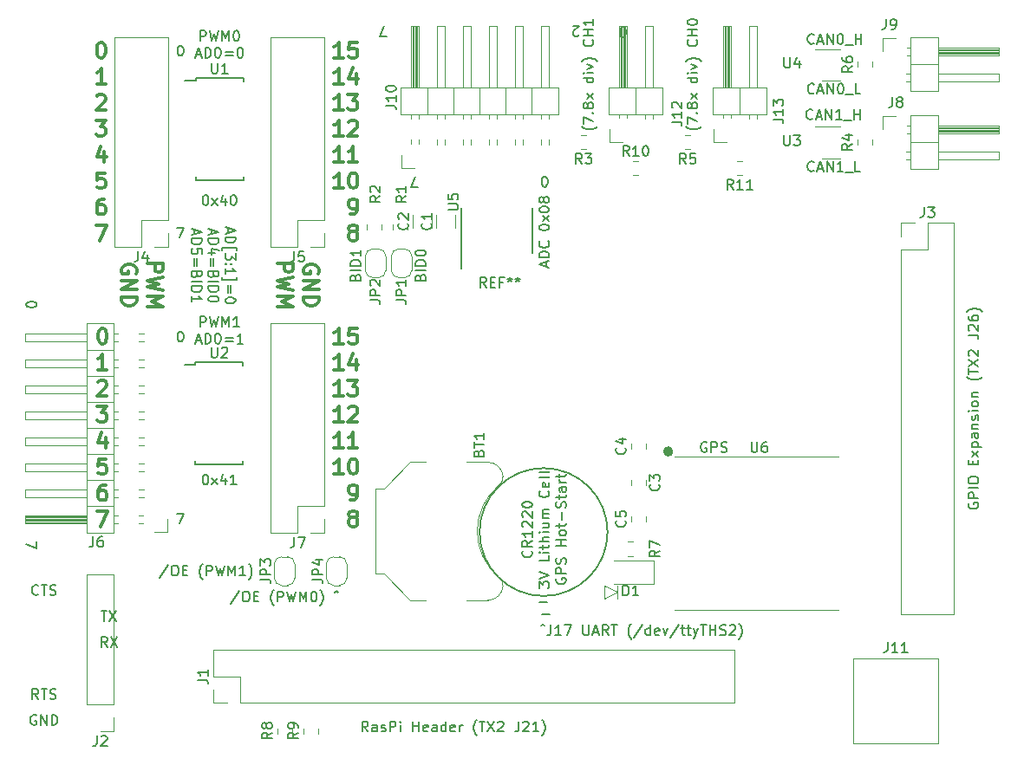
<source format=gbr>
G04 #@! TF.GenerationSoftware,KiCad,Pcbnew,(5.1.4)-1*
G04 #@! TF.CreationDate,2020-02-08T10:20:25-06:00*
G04 #@! TF.ProjectId,Jetson_Addon,4a657473-6f6e-45f4-9164-646f6e2e6b69,rev?*
G04 #@! TF.SameCoordinates,Original*
G04 #@! TF.FileFunction,Legend,Top*
G04 #@! TF.FilePolarity,Positive*
%FSLAX46Y46*%
G04 Gerber Fmt 4.6, Leading zero omitted, Abs format (unit mm)*
G04 Created by KiCad (PCBNEW (5.1.4)-1) date 2020-02-08 10:20:25*
%MOMM*%
%LPD*%
G04 APERTURE LIST*
%ADD10C,0.150000*%
%ADD11C,0.120000*%
%ADD12C,0.300000*%
%ADD13C,0.500000*%
G04 APERTURE END LIST*
D10*
X151201333Y-96257428D02*
X151153714Y-96305047D01*
X151010857Y-96400285D01*
X150915619Y-96447904D01*
X150772761Y-96495523D01*
X150534666Y-96543142D01*
X150344190Y-96543142D01*
X150106095Y-96495523D01*
X149963238Y-96447904D01*
X149868000Y-96400285D01*
X149725142Y-96305047D01*
X149677523Y-96257428D01*
X149820380Y-95971714D02*
X149820380Y-95305047D01*
X150820380Y-95733619D01*
X150725142Y-94924095D02*
X150772761Y-94876476D01*
X150820380Y-94924095D01*
X150772761Y-94971714D01*
X150725142Y-94924095D01*
X150820380Y-94924095D01*
X150248952Y-94305047D02*
X150201333Y-94400285D01*
X150153714Y-94447904D01*
X150058476Y-94495523D01*
X150010857Y-94495523D01*
X149915619Y-94447904D01*
X149868000Y-94400285D01*
X149820380Y-94305047D01*
X149820380Y-94114571D01*
X149868000Y-94019333D01*
X149915619Y-93971714D01*
X150010857Y-93924095D01*
X150058476Y-93924095D01*
X150153714Y-93971714D01*
X150201333Y-94019333D01*
X150248952Y-94114571D01*
X150248952Y-94305047D01*
X150296571Y-94400285D01*
X150344190Y-94447904D01*
X150439428Y-94495523D01*
X150629904Y-94495523D01*
X150725142Y-94447904D01*
X150772761Y-94400285D01*
X150820380Y-94305047D01*
X150820380Y-94114571D01*
X150772761Y-94019333D01*
X150725142Y-93971714D01*
X150629904Y-93924095D01*
X150439428Y-93924095D01*
X150344190Y-93971714D01*
X150296571Y-94019333D01*
X150248952Y-94114571D01*
X150820380Y-93590761D02*
X150153714Y-93066952D01*
X150153714Y-93590761D02*
X150820380Y-93066952D01*
X150820380Y-91495523D02*
X149820380Y-91495523D01*
X150772761Y-91495523D02*
X150820380Y-91590761D01*
X150820380Y-91781238D01*
X150772761Y-91876476D01*
X150725142Y-91924095D01*
X150629904Y-91971714D01*
X150344190Y-91971714D01*
X150248952Y-91924095D01*
X150201333Y-91876476D01*
X150153714Y-91781238D01*
X150153714Y-91590761D01*
X150201333Y-91495523D01*
X150820380Y-91019333D02*
X150153714Y-91019333D01*
X149820380Y-91019333D02*
X149868000Y-91066952D01*
X149915619Y-91019333D01*
X149868000Y-90971714D01*
X149820380Y-91019333D01*
X149915619Y-91019333D01*
X150153714Y-90638380D02*
X150820380Y-90400285D01*
X150153714Y-90162190D01*
X151201333Y-89876476D02*
X151153714Y-89828857D01*
X151010857Y-89733619D01*
X150915619Y-89686000D01*
X150772761Y-89638380D01*
X150534666Y-89590761D01*
X150344190Y-89590761D01*
X150106095Y-89638380D01*
X149963238Y-89686000D01*
X149868000Y-89733619D01*
X149725142Y-89828857D01*
X149677523Y-89876476D01*
X150725142Y-87781238D02*
X150772761Y-87828857D01*
X150820380Y-87971714D01*
X150820380Y-88066952D01*
X150772761Y-88209809D01*
X150677523Y-88305047D01*
X150582285Y-88352666D01*
X150391809Y-88400285D01*
X150248952Y-88400285D01*
X150058476Y-88352666D01*
X149963238Y-88305047D01*
X149868000Y-88209809D01*
X149820380Y-88066952D01*
X149820380Y-87971714D01*
X149868000Y-87828857D01*
X149915619Y-87781238D01*
X150820380Y-87352666D02*
X149820380Y-87352666D01*
X150296571Y-87352666D02*
X150296571Y-86781238D01*
X150820380Y-86781238D02*
X149820380Y-86781238D01*
X149820380Y-86114571D02*
X149820380Y-86019333D01*
X149868000Y-85924095D01*
X149915619Y-85876476D01*
X150010857Y-85828857D01*
X150201333Y-85781238D01*
X150439428Y-85781238D01*
X150629904Y-85828857D01*
X150725142Y-85876476D01*
X150772761Y-85924095D01*
X150820380Y-86019333D01*
X150820380Y-86114571D01*
X150772761Y-86209809D01*
X150725142Y-86257428D01*
X150629904Y-86305047D01*
X150439428Y-86352666D01*
X150201333Y-86352666D01*
X150010857Y-86305047D01*
X149915619Y-86257428D01*
X149868000Y-86209809D01*
X149820380Y-86114571D01*
X141041333Y-96257428D02*
X140993714Y-96305047D01*
X140850857Y-96400285D01*
X140755619Y-96447904D01*
X140612761Y-96495523D01*
X140374666Y-96543142D01*
X140184190Y-96543142D01*
X139946095Y-96495523D01*
X139803238Y-96447904D01*
X139708000Y-96400285D01*
X139565142Y-96305047D01*
X139517523Y-96257428D01*
X139660380Y-95971714D02*
X139660380Y-95305047D01*
X140660380Y-95733619D01*
X140565142Y-94924095D02*
X140612761Y-94876476D01*
X140660380Y-94924095D01*
X140612761Y-94971714D01*
X140565142Y-94924095D01*
X140660380Y-94924095D01*
X140088952Y-94305047D02*
X140041333Y-94400285D01*
X139993714Y-94447904D01*
X139898476Y-94495523D01*
X139850857Y-94495523D01*
X139755619Y-94447904D01*
X139708000Y-94400285D01*
X139660380Y-94305047D01*
X139660380Y-94114571D01*
X139708000Y-94019333D01*
X139755619Y-93971714D01*
X139850857Y-93924095D01*
X139898476Y-93924095D01*
X139993714Y-93971714D01*
X140041333Y-94019333D01*
X140088952Y-94114571D01*
X140088952Y-94305047D01*
X140136571Y-94400285D01*
X140184190Y-94447904D01*
X140279428Y-94495523D01*
X140469904Y-94495523D01*
X140565142Y-94447904D01*
X140612761Y-94400285D01*
X140660380Y-94305047D01*
X140660380Y-94114571D01*
X140612761Y-94019333D01*
X140565142Y-93971714D01*
X140469904Y-93924095D01*
X140279428Y-93924095D01*
X140184190Y-93971714D01*
X140136571Y-94019333D01*
X140088952Y-94114571D01*
X140660380Y-93590761D02*
X139993714Y-93066952D01*
X139993714Y-93590761D02*
X140660380Y-93066952D01*
X140660380Y-91495523D02*
X139660380Y-91495523D01*
X140612761Y-91495523D02*
X140660380Y-91590761D01*
X140660380Y-91781238D01*
X140612761Y-91876476D01*
X140565142Y-91924095D01*
X140469904Y-91971714D01*
X140184190Y-91971714D01*
X140088952Y-91924095D01*
X140041333Y-91876476D01*
X139993714Y-91781238D01*
X139993714Y-91590761D01*
X140041333Y-91495523D01*
X140660380Y-91019333D02*
X139993714Y-91019333D01*
X139660380Y-91019333D02*
X139708000Y-91066952D01*
X139755619Y-91019333D01*
X139708000Y-90971714D01*
X139660380Y-91019333D01*
X139755619Y-91019333D01*
X139993714Y-90638380D02*
X140660380Y-90400285D01*
X139993714Y-90162190D01*
X141041333Y-89876476D02*
X140993714Y-89828857D01*
X140850857Y-89733619D01*
X140755619Y-89686000D01*
X140612761Y-89638380D01*
X140374666Y-89590761D01*
X140184190Y-89590761D01*
X139946095Y-89638380D01*
X139803238Y-89686000D01*
X139708000Y-89733619D01*
X139565142Y-89828857D01*
X139517523Y-89876476D01*
X140565142Y-87781238D02*
X140612761Y-87828857D01*
X140660380Y-87971714D01*
X140660380Y-88066952D01*
X140612761Y-88209809D01*
X140517523Y-88305047D01*
X140422285Y-88352666D01*
X140231809Y-88400285D01*
X140088952Y-88400285D01*
X139898476Y-88352666D01*
X139803238Y-88305047D01*
X139708000Y-88209809D01*
X139660380Y-88066952D01*
X139660380Y-87971714D01*
X139708000Y-87828857D01*
X139755619Y-87781238D01*
X140660380Y-87352666D02*
X139660380Y-87352666D01*
X140136571Y-87352666D02*
X140136571Y-86781238D01*
X140660380Y-86781238D02*
X139660380Y-86781238D01*
X140660380Y-85781238D02*
X140660380Y-86352666D01*
X140660380Y-86066952D02*
X139660380Y-86066952D01*
X139803238Y-86162190D01*
X139898476Y-86257428D01*
X139946095Y-86352666D01*
X139223714Y-87320380D02*
X139176095Y-87368000D01*
X139080857Y-87415619D01*
X138842761Y-87415619D01*
X138747523Y-87368000D01*
X138699904Y-87320380D01*
X138652285Y-87225142D01*
X138652285Y-87129904D01*
X138699904Y-86987047D01*
X139271333Y-86415619D01*
X138652285Y-86415619D01*
X106109047Y-141644761D02*
X105251904Y-142930476D01*
X106632857Y-141692380D02*
X106823333Y-141692380D01*
X106918571Y-141740000D01*
X107013809Y-141835238D01*
X107061428Y-142025714D01*
X107061428Y-142359047D01*
X107013809Y-142549523D01*
X106918571Y-142644761D01*
X106823333Y-142692380D01*
X106632857Y-142692380D01*
X106537619Y-142644761D01*
X106442380Y-142549523D01*
X106394761Y-142359047D01*
X106394761Y-142025714D01*
X106442380Y-141835238D01*
X106537619Y-141740000D01*
X106632857Y-141692380D01*
X107490000Y-142168571D02*
X107823333Y-142168571D01*
X107966190Y-142692380D02*
X107490000Y-142692380D01*
X107490000Y-141692380D01*
X107966190Y-141692380D01*
X109442380Y-143073333D02*
X109394761Y-143025714D01*
X109299523Y-142882857D01*
X109251904Y-142787619D01*
X109204285Y-142644761D01*
X109156666Y-142406666D01*
X109156666Y-142216190D01*
X109204285Y-141978095D01*
X109251904Y-141835238D01*
X109299523Y-141740000D01*
X109394761Y-141597142D01*
X109442380Y-141549523D01*
X109823333Y-142692380D02*
X109823333Y-141692380D01*
X110204285Y-141692380D01*
X110299523Y-141740000D01*
X110347142Y-141787619D01*
X110394761Y-141882857D01*
X110394761Y-142025714D01*
X110347142Y-142120952D01*
X110299523Y-142168571D01*
X110204285Y-142216190D01*
X109823333Y-142216190D01*
X110728095Y-141692380D02*
X110966190Y-142692380D01*
X111156666Y-141978095D01*
X111347142Y-142692380D01*
X111585238Y-141692380D01*
X111966190Y-142692380D02*
X111966190Y-141692380D01*
X112299523Y-142406666D01*
X112632857Y-141692380D01*
X112632857Y-142692380D01*
X113299523Y-141692380D02*
X113394761Y-141692380D01*
X113490000Y-141740000D01*
X113537619Y-141787619D01*
X113585238Y-141882857D01*
X113632857Y-142073333D01*
X113632857Y-142311428D01*
X113585238Y-142501904D01*
X113537619Y-142597142D01*
X113490000Y-142644761D01*
X113394761Y-142692380D01*
X113299523Y-142692380D01*
X113204285Y-142644761D01*
X113156666Y-142597142D01*
X113109047Y-142501904D01*
X113061428Y-142311428D01*
X113061428Y-142073333D01*
X113109047Y-141882857D01*
X113156666Y-141787619D01*
X113204285Y-141740000D01*
X113299523Y-141692380D01*
X113966190Y-143073333D02*
X114013809Y-143025714D01*
X114109047Y-142882857D01*
X114156666Y-142787619D01*
X114204285Y-142644761D01*
X114251904Y-142406666D01*
X114251904Y-142216190D01*
X114204285Y-141978095D01*
X114156666Y-141835238D01*
X114109047Y-141740000D01*
X114013809Y-141597142D01*
X113966190Y-141549523D01*
X115347142Y-141787619D02*
X115537619Y-141644761D01*
X115728095Y-141787619D01*
X99155714Y-139104761D02*
X98298571Y-140390476D01*
X99679523Y-139152380D02*
X99870000Y-139152380D01*
X99965238Y-139200000D01*
X100060476Y-139295238D01*
X100108095Y-139485714D01*
X100108095Y-139819047D01*
X100060476Y-140009523D01*
X99965238Y-140104761D01*
X99870000Y-140152380D01*
X99679523Y-140152380D01*
X99584285Y-140104761D01*
X99489047Y-140009523D01*
X99441428Y-139819047D01*
X99441428Y-139485714D01*
X99489047Y-139295238D01*
X99584285Y-139200000D01*
X99679523Y-139152380D01*
X100536666Y-139628571D02*
X100870000Y-139628571D01*
X101012857Y-140152380D02*
X100536666Y-140152380D01*
X100536666Y-139152380D01*
X101012857Y-139152380D01*
X102489047Y-140533333D02*
X102441428Y-140485714D01*
X102346190Y-140342857D01*
X102298571Y-140247619D01*
X102250952Y-140104761D01*
X102203333Y-139866666D01*
X102203333Y-139676190D01*
X102250952Y-139438095D01*
X102298571Y-139295238D01*
X102346190Y-139200000D01*
X102441428Y-139057142D01*
X102489047Y-139009523D01*
X102870000Y-140152380D02*
X102870000Y-139152380D01*
X103250952Y-139152380D01*
X103346190Y-139200000D01*
X103393809Y-139247619D01*
X103441428Y-139342857D01*
X103441428Y-139485714D01*
X103393809Y-139580952D01*
X103346190Y-139628571D01*
X103250952Y-139676190D01*
X102870000Y-139676190D01*
X103774761Y-139152380D02*
X104012857Y-140152380D01*
X104203333Y-139438095D01*
X104393809Y-140152380D01*
X104631904Y-139152380D01*
X105012857Y-140152380D02*
X105012857Y-139152380D01*
X105346190Y-139866666D01*
X105679523Y-139152380D01*
X105679523Y-140152380D01*
X106679523Y-140152380D02*
X106108095Y-140152380D01*
X106393809Y-140152380D02*
X106393809Y-139152380D01*
X106298571Y-139295238D01*
X106203333Y-139390476D01*
X106108095Y-139438095D01*
X107012857Y-140533333D02*
X107060476Y-140485714D01*
X107155714Y-140342857D01*
X107203333Y-140247619D01*
X107250952Y-140104761D01*
X107298571Y-139866666D01*
X107298571Y-139676190D01*
X107250952Y-139438095D01*
X107203333Y-139295238D01*
X107155714Y-139200000D01*
X107060476Y-139057142D01*
X107012857Y-139009523D01*
X151685714Y-127135000D02*
X151590476Y-127087380D01*
X151447619Y-127087380D01*
X151304761Y-127135000D01*
X151209523Y-127230238D01*
X151161904Y-127325476D01*
X151114285Y-127515952D01*
X151114285Y-127658809D01*
X151161904Y-127849285D01*
X151209523Y-127944523D01*
X151304761Y-128039761D01*
X151447619Y-128087380D01*
X151542857Y-128087380D01*
X151685714Y-128039761D01*
X151733333Y-127992142D01*
X151733333Y-127658809D01*
X151542857Y-127658809D01*
X152161904Y-128087380D02*
X152161904Y-127087380D01*
X152542857Y-127087380D01*
X152638095Y-127135000D01*
X152685714Y-127182619D01*
X152733333Y-127277857D01*
X152733333Y-127420714D01*
X152685714Y-127515952D01*
X152638095Y-127563571D01*
X152542857Y-127611190D01*
X152161904Y-127611190D01*
X153114285Y-128039761D02*
X153257142Y-128087380D01*
X153495238Y-128087380D01*
X153590476Y-128039761D01*
X153638095Y-127992142D01*
X153685714Y-127896904D01*
X153685714Y-127801666D01*
X153638095Y-127706428D01*
X153590476Y-127658809D01*
X153495238Y-127611190D01*
X153304761Y-127563571D01*
X153209523Y-127515952D01*
X153161904Y-127468333D01*
X153114285Y-127373095D01*
X153114285Y-127277857D01*
X153161904Y-127182619D01*
X153209523Y-127135000D01*
X153304761Y-127087380D01*
X153542857Y-127087380D01*
X153685714Y-127135000D01*
X135403300Y-142763219D02*
X136165204Y-142763219D01*
X135641395Y-143937028D02*
X136403300Y-143937028D01*
X135498538Y-145063219D02*
X135689014Y-144920361D01*
X135879490Y-145063219D01*
X136498538Y-144967980D02*
X136498538Y-145682266D01*
X136450919Y-145825123D01*
X136355680Y-145920361D01*
X136212823Y-145967980D01*
X136117585Y-145967980D01*
X137498538Y-145967980D02*
X136927109Y-145967980D01*
X137212823Y-145967980D02*
X137212823Y-144967980D01*
X137117585Y-145110838D01*
X137022347Y-145206076D01*
X136927109Y-145253695D01*
X137831871Y-144967980D02*
X138498538Y-144967980D01*
X138069966Y-145967980D01*
X139641395Y-144967980D02*
X139641395Y-145777504D01*
X139689014Y-145872742D01*
X139736633Y-145920361D01*
X139831871Y-145967980D01*
X140022347Y-145967980D01*
X140117585Y-145920361D01*
X140165204Y-145872742D01*
X140212823Y-145777504D01*
X140212823Y-144967980D01*
X140641395Y-145682266D02*
X141117585Y-145682266D01*
X140546157Y-145967980D02*
X140879490Y-144967980D01*
X141212823Y-145967980D01*
X142117585Y-145967980D02*
X141784252Y-145491790D01*
X141546157Y-145967980D02*
X141546157Y-144967980D01*
X141927109Y-144967980D01*
X142022347Y-145015600D01*
X142069966Y-145063219D01*
X142117585Y-145158457D01*
X142117585Y-145301314D01*
X142069966Y-145396552D01*
X142022347Y-145444171D01*
X141927109Y-145491790D01*
X141546157Y-145491790D01*
X142403300Y-144967980D02*
X142974728Y-144967980D01*
X142689014Y-145967980D02*
X142689014Y-144967980D01*
X144355680Y-146348933D02*
X144308061Y-146301314D01*
X144212823Y-146158457D01*
X144165204Y-146063219D01*
X144117585Y-145920361D01*
X144069966Y-145682266D01*
X144069966Y-145491790D01*
X144117585Y-145253695D01*
X144165204Y-145110838D01*
X144212823Y-145015600D01*
X144308061Y-144872742D01*
X144355680Y-144825123D01*
X145450919Y-144920361D02*
X144593776Y-146206076D01*
X146212823Y-145967980D02*
X146212823Y-144967980D01*
X146212823Y-145920361D02*
X146117585Y-145967980D01*
X145927109Y-145967980D01*
X145831871Y-145920361D01*
X145784252Y-145872742D01*
X145736633Y-145777504D01*
X145736633Y-145491790D01*
X145784252Y-145396552D01*
X145831871Y-145348933D01*
X145927109Y-145301314D01*
X146117585Y-145301314D01*
X146212823Y-145348933D01*
X147069966Y-145920361D02*
X146974728Y-145967980D01*
X146784252Y-145967980D01*
X146689014Y-145920361D01*
X146641395Y-145825123D01*
X146641395Y-145444171D01*
X146689014Y-145348933D01*
X146784252Y-145301314D01*
X146974728Y-145301314D01*
X147069966Y-145348933D01*
X147117585Y-145444171D01*
X147117585Y-145539409D01*
X146641395Y-145634647D01*
X147450919Y-145301314D02*
X147689014Y-145967980D01*
X147927109Y-145301314D01*
X149022347Y-144920361D02*
X148165204Y-146206076D01*
X149212823Y-145301314D02*
X149593776Y-145301314D01*
X149355680Y-144967980D02*
X149355680Y-145825123D01*
X149403300Y-145920361D01*
X149498538Y-145967980D01*
X149593776Y-145967980D01*
X149784252Y-145301314D02*
X150165204Y-145301314D01*
X149927109Y-144967980D02*
X149927109Y-145825123D01*
X149974728Y-145920361D01*
X150069966Y-145967980D01*
X150165204Y-145967980D01*
X150403300Y-145301314D02*
X150641395Y-145967980D01*
X150879490Y-145301314D02*
X150641395Y-145967980D01*
X150546157Y-146206076D01*
X150498538Y-146253695D01*
X150403300Y-146301314D01*
X151117585Y-144967980D02*
X151689014Y-144967980D01*
X151403300Y-145967980D02*
X151403300Y-144967980D01*
X152022347Y-145967980D02*
X152022347Y-144967980D01*
X152022347Y-145444171D02*
X152593776Y-145444171D01*
X152593776Y-145967980D02*
X152593776Y-144967980D01*
X153022347Y-145920361D02*
X153165204Y-145967980D01*
X153403300Y-145967980D01*
X153498538Y-145920361D01*
X153546157Y-145872742D01*
X153593776Y-145777504D01*
X153593776Y-145682266D01*
X153546157Y-145587028D01*
X153498538Y-145539409D01*
X153403300Y-145491790D01*
X153212823Y-145444171D01*
X153117585Y-145396552D01*
X153069966Y-145348933D01*
X153022347Y-145253695D01*
X153022347Y-145158457D01*
X153069966Y-145063219D01*
X153117585Y-145015600D01*
X153212823Y-144967980D01*
X153450919Y-144967980D01*
X153593776Y-145015600D01*
X153974728Y-145063219D02*
X154022347Y-145015600D01*
X154117585Y-144967980D01*
X154355680Y-144967980D01*
X154450919Y-145015600D01*
X154498538Y-145063219D01*
X154546157Y-145158457D01*
X154546157Y-145253695D01*
X154498538Y-145396552D01*
X153927109Y-145967980D01*
X154546157Y-145967980D01*
X154879490Y-146348933D02*
X154927109Y-146301314D01*
X155022347Y-146158457D01*
X155069966Y-146063219D01*
X155117585Y-145920361D01*
X155165204Y-145682266D01*
X155165204Y-145491790D01*
X155117585Y-145253695D01*
X155069966Y-145110838D01*
X155022347Y-145015600D01*
X154927109Y-144872742D01*
X154879490Y-144825123D01*
D11*
X143002000Y-141097000D02*
X143002000Y-142367000D01*
X143002000Y-141732000D02*
X141732000Y-141097000D01*
X141732000Y-142367000D02*
X143002000Y-141732000D01*
X141732000Y-141097000D02*
X141732000Y-142367000D01*
D10*
X135342380Y-106179761D02*
X135342380Y-106084523D01*
X135390000Y-105989285D01*
X135437619Y-105941666D01*
X135532857Y-105894047D01*
X135723333Y-105846428D01*
X135961428Y-105846428D01*
X136151904Y-105894047D01*
X136247142Y-105941666D01*
X136294761Y-105989285D01*
X136342380Y-106084523D01*
X136342380Y-106179761D01*
X136294761Y-106275000D01*
X136247142Y-106322619D01*
X136151904Y-106370238D01*
X135961428Y-106417857D01*
X135723333Y-106417857D01*
X135532857Y-106370238D01*
X135437619Y-106322619D01*
X135390000Y-106275000D01*
X135342380Y-106179761D01*
X136342380Y-105513095D02*
X135675714Y-104989285D01*
X135675714Y-105513095D02*
X136342380Y-104989285D01*
X135342380Y-104417857D02*
X135342380Y-104322619D01*
X135390000Y-104227380D01*
X135437619Y-104179761D01*
X135532857Y-104132142D01*
X135723333Y-104084523D01*
X135961428Y-104084523D01*
X136151904Y-104132142D01*
X136247142Y-104179761D01*
X136294761Y-104227380D01*
X136342380Y-104322619D01*
X136342380Y-104417857D01*
X136294761Y-104513095D01*
X136247142Y-104560714D01*
X136151904Y-104608333D01*
X135961428Y-104655952D01*
X135723333Y-104655952D01*
X135532857Y-104608333D01*
X135437619Y-104560714D01*
X135390000Y-104513095D01*
X135342380Y-104417857D01*
X135770952Y-103513095D02*
X135723333Y-103608333D01*
X135675714Y-103655952D01*
X135580476Y-103703571D01*
X135532857Y-103703571D01*
X135437619Y-103655952D01*
X135390000Y-103608333D01*
X135342380Y-103513095D01*
X135342380Y-103322619D01*
X135390000Y-103227380D01*
X135437619Y-103179761D01*
X135532857Y-103132142D01*
X135580476Y-103132142D01*
X135675714Y-103179761D01*
X135723333Y-103227380D01*
X135770952Y-103322619D01*
X135770952Y-103513095D01*
X135818571Y-103608333D01*
X135866190Y-103655952D01*
X135961428Y-103703571D01*
X136151904Y-103703571D01*
X136247142Y-103655952D01*
X136294761Y-103608333D01*
X136342380Y-103513095D01*
X136342380Y-103322619D01*
X136294761Y-103227380D01*
X136247142Y-103179761D01*
X136151904Y-103132142D01*
X135961428Y-103132142D01*
X135866190Y-103179761D01*
X135818571Y-103227380D01*
X135770952Y-103322619D01*
X136056666Y-109950095D02*
X136056666Y-109473904D01*
X136342380Y-110045333D02*
X135342380Y-109712000D01*
X136342380Y-109378666D01*
X136342380Y-109045333D02*
X135342380Y-109045333D01*
X135342380Y-108807238D01*
X135390000Y-108664380D01*
X135485238Y-108569142D01*
X135580476Y-108521523D01*
X135770952Y-108473904D01*
X135913809Y-108473904D01*
X136104285Y-108521523D01*
X136199523Y-108569142D01*
X136294761Y-108664380D01*
X136342380Y-108807238D01*
X136342380Y-109045333D01*
X136247142Y-107473904D02*
X136294761Y-107521523D01*
X136342380Y-107664380D01*
X136342380Y-107759619D01*
X136294761Y-107902476D01*
X136199523Y-107997714D01*
X136104285Y-108045333D01*
X135913809Y-108092952D01*
X135770952Y-108092952D01*
X135580476Y-108045333D01*
X135485238Y-107997714D01*
X135390000Y-107902476D01*
X135342380Y-107759619D01*
X135342380Y-107664380D01*
X135390000Y-107521523D01*
X135437619Y-107473904D01*
X117403571Y-110997857D02*
X117451190Y-110855000D01*
X117498809Y-110807380D01*
X117594047Y-110759761D01*
X117736904Y-110759761D01*
X117832142Y-110807380D01*
X117879761Y-110855000D01*
X117927380Y-110950238D01*
X117927380Y-111331190D01*
X116927380Y-111331190D01*
X116927380Y-110997857D01*
X116975000Y-110902619D01*
X117022619Y-110855000D01*
X117117857Y-110807380D01*
X117213095Y-110807380D01*
X117308333Y-110855000D01*
X117355952Y-110902619D01*
X117403571Y-110997857D01*
X117403571Y-111331190D01*
X117927380Y-110331190D02*
X116927380Y-110331190D01*
X117927380Y-109855000D02*
X116927380Y-109855000D01*
X116927380Y-109616904D01*
X116975000Y-109474047D01*
X117070238Y-109378809D01*
X117165476Y-109331190D01*
X117355952Y-109283571D01*
X117498809Y-109283571D01*
X117689285Y-109331190D01*
X117784523Y-109378809D01*
X117879761Y-109474047D01*
X117927380Y-109616904D01*
X117927380Y-109855000D01*
X117927380Y-108331190D02*
X117927380Y-108902619D01*
X117927380Y-108616904D02*
X116927380Y-108616904D01*
X117070238Y-108712142D01*
X117165476Y-108807380D01*
X117213095Y-108902619D01*
X123753571Y-110997857D02*
X123801190Y-110855000D01*
X123848809Y-110807380D01*
X123944047Y-110759761D01*
X124086904Y-110759761D01*
X124182142Y-110807380D01*
X124229761Y-110855000D01*
X124277380Y-110950238D01*
X124277380Y-111331190D01*
X123277380Y-111331190D01*
X123277380Y-110997857D01*
X123325000Y-110902619D01*
X123372619Y-110855000D01*
X123467857Y-110807380D01*
X123563095Y-110807380D01*
X123658333Y-110855000D01*
X123705952Y-110902619D01*
X123753571Y-110997857D01*
X123753571Y-111331190D01*
X124277380Y-110331190D02*
X123277380Y-110331190D01*
X124277380Y-109855000D02*
X123277380Y-109855000D01*
X123277380Y-109616904D01*
X123325000Y-109474047D01*
X123420238Y-109378809D01*
X123515476Y-109331190D01*
X123705952Y-109283571D01*
X123848809Y-109283571D01*
X124039285Y-109331190D01*
X124134523Y-109378809D01*
X124229761Y-109474047D01*
X124277380Y-109616904D01*
X124277380Y-109855000D01*
X123277380Y-108664523D02*
X123277380Y-108569285D01*
X123325000Y-108474047D01*
X123372619Y-108426428D01*
X123467857Y-108378809D01*
X123658333Y-108331190D01*
X123896428Y-108331190D01*
X124086904Y-108378809D01*
X124182142Y-108426428D01*
X124229761Y-108474047D01*
X124277380Y-108569285D01*
X124277380Y-108664523D01*
X124229761Y-108759761D01*
X124182142Y-108807380D01*
X124086904Y-108855000D01*
X123896428Y-108902619D01*
X123658333Y-108902619D01*
X123467857Y-108855000D01*
X123372619Y-108807380D01*
X123325000Y-108759761D01*
X123277380Y-108664523D01*
X177300000Y-133063095D02*
X177252380Y-133158333D01*
X177252380Y-133301190D01*
X177300000Y-133444047D01*
X177395238Y-133539285D01*
X177490476Y-133586904D01*
X177680952Y-133634523D01*
X177823809Y-133634523D01*
X178014285Y-133586904D01*
X178109523Y-133539285D01*
X178204761Y-133444047D01*
X178252380Y-133301190D01*
X178252380Y-133205952D01*
X178204761Y-133063095D01*
X178157142Y-133015476D01*
X177823809Y-133015476D01*
X177823809Y-133205952D01*
X178252380Y-132586904D02*
X177252380Y-132586904D01*
X177252380Y-132205952D01*
X177300000Y-132110714D01*
X177347619Y-132063095D01*
X177442857Y-132015476D01*
X177585714Y-132015476D01*
X177680952Y-132063095D01*
X177728571Y-132110714D01*
X177776190Y-132205952D01*
X177776190Y-132586904D01*
X178252380Y-131586904D02*
X177252380Y-131586904D01*
X177252380Y-130920238D02*
X177252380Y-130729761D01*
X177300000Y-130634523D01*
X177395238Y-130539285D01*
X177585714Y-130491666D01*
X177919047Y-130491666D01*
X178109523Y-130539285D01*
X178204761Y-130634523D01*
X178252380Y-130729761D01*
X178252380Y-130920238D01*
X178204761Y-131015476D01*
X178109523Y-131110714D01*
X177919047Y-131158333D01*
X177585714Y-131158333D01*
X177395238Y-131110714D01*
X177300000Y-131015476D01*
X177252380Y-130920238D01*
X177728571Y-129301190D02*
X177728571Y-128967857D01*
X178252380Y-128825000D02*
X178252380Y-129301190D01*
X177252380Y-129301190D01*
X177252380Y-128825000D01*
X178252380Y-128491666D02*
X177585714Y-127967857D01*
X177585714Y-128491666D02*
X178252380Y-127967857D01*
X177585714Y-127586904D02*
X178585714Y-127586904D01*
X177633333Y-127586904D02*
X177585714Y-127491666D01*
X177585714Y-127301190D01*
X177633333Y-127205952D01*
X177680952Y-127158333D01*
X177776190Y-127110714D01*
X178061904Y-127110714D01*
X178157142Y-127158333D01*
X178204761Y-127205952D01*
X178252380Y-127301190D01*
X178252380Y-127491666D01*
X178204761Y-127586904D01*
X178252380Y-126253571D02*
X177728571Y-126253571D01*
X177633333Y-126301190D01*
X177585714Y-126396428D01*
X177585714Y-126586904D01*
X177633333Y-126682142D01*
X178204761Y-126253571D02*
X178252380Y-126348809D01*
X178252380Y-126586904D01*
X178204761Y-126682142D01*
X178109523Y-126729761D01*
X178014285Y-126729761D01*
X177919047Y-126682142D01*
X177871428Y-126586904D01*
X177871428Y-126348809D01*
X177823809Y-126253571D01*
X177585714Y-125777380D02*
X178252380Y-125777380D01*
X177680952Y-125777380D02*
X177633333Y-125729761D01*
X177585714Y-125634523D01*
X177585714Y-125491666D01*
X177633333Y-125396428D01*
X177728571Y-125348809D01*
X178252380Y-125348809D01*
X178204761Y-124920238D02*
X178252380Y-124825000D01*
X178252380Y-124634523D01*
X178204761Y-124539285D01*
X178109523Y-124491666D01*
X178061904Y-124491666D01*
X177966666Y-124539285D01*
X177919047Y-124634523D01*
X177919047Y-124777380D01*
X177871428Y-124872619D01*
X177776190Y-124920238D01*
X177728571Y-124920238D01*
X177633333Y-124872619D01*
X177585714Y-124777380D01*
X177585714Y-124634523D01*
X177633333Y-124539285D01*
X178252380Y-124063095D02*
X177585714Y-124063095D01*
X177252380Y-124063095D02*
X177300000Y-124110714D01*
X177347619Y-124063095D01*
X177300000Y-124015476D01*
X177252380Y-124063095D01*
X177347619Y-124063095D01*
X178252380Y-123444047D02*
X178204761Y-123539285D01*
X178157142Y-123586904D01*
X178061904Y-123634523D01*
X177776190Y-123634523D01*
X177680952Y-123586904D01*
X177633333Y-123539285D01*
X177585714Y-123444047D01*
X177585714Y-123301190D01*
X177633333Y-123205952D01*
X177680952Y-123158333D01*
X177776190Y-123110714D01*
X178061904Y-123110714D01*
X178157142Y-123158333D01*
X178204761Y-123205952D01*
X178252380Y-123301190D01*
X178252380Y-123444047D01*
X177585714Y-122682142D02*
X178252380Y-122682142D01*
X177680952Y-122682142D02*
X177633333Y-122634523D01*
X177585714Y-122539285D01*
X177585714Y-122396428D01*
X177633333Y-122301190D01*
X177728571Y-122253571D01*
X178252380Y-122253571D01*
X178633333Y-120729761D02*
X178585714Y-120777380D01*
X178442857Y-120872619D01*
X178347619Y-120920238D01*
X178204761Y-120967857D01*
X177966666Y-121015476D01*
X177776190Y-121015476D01*
X177538095Y-120967857D01*
X177395238Y-120920238D01*
X177300000Y-120872619D01*
X177157142Y-120777380D01*
X177109523Y-120729761D01*
X177252380Y-120491666D02*
X177252380Y-119920238D01*
X178252380Y-120205952D02*
X177252380Y-120205952D01*
X177252380Y-119682142D02*
X178252380Y-119015476D01*
X177252380Y-119015476D02*
X178252380Y-119682142D01*
X177347619Y-118682142D02*
X177300000Y-118634523D01*
X177252380Y-118539285D01*
X177252380Y-118301190D01*
X177300000Y-118205952D01*
X177347619Y-118158333D01*
X177442857Y-118110714D01*
X177538095Y-118110714D01*
X177680952Y-118158333D01*
X178252380Y-118729761D01*
X178252380Y-118110714D01*
X177252380Y-116634523D02*
X177966666Y-116634523D01*
X178109523Y-116682142D01*
X178204761Y-116777380D01*
X178252380Y-116920238D01*
X178252380Y-117015476D01*
X177347619Y-116205952D02*
X177300000Y-116158333D01*
X177252380Y-116063095D01*
X177252380Y-115825000D01*
X177300000Y-115729761D01*
X177347619Y-115682142D01*
X177442857Y-115634523D01*
X177538095Y-115634523D01*
X177680952Y-115682142D01*
X178252380Y-116253571D01*
X178252380Y-115634523D01*
X177252380Y-114777380D02*
X177252380Y-114967857D01*
X177300000Y-115063095D01*
X177347619Y-115110714D01*
X177490476Y-115205952D01*
X177680952Y-115253571D01*
X178061904Y-115253571D01*
X178157142Y-115205952D01*
X178204761Y-115158333D01*
X178252380Y-115063095D01*
X178252380Y-114872619D01*
X178204761Y-114777380D01*
X178157142Y-114729761D01*
X178061904Y-114682142D01*
X177823809Y-114682142D01*
X177728571Y-114729761D01*
X177680952Y-114777380D01*
X177633333Y-114872619D01*
X177633333Y-115063095D01*
X177680952Y-115158333D01*
X177728571Y-115205952D01*
X177823809Y-115253571D01*
X178633333Y-114348809D02*
X178585714Y-114301190D01*
X178442857Y-114205952D01*
X178347619Y-114158333D01*
X178204761Y-114110714D01*
X177966666Y-114063095D01*
X177776190Y-114063095D01*
X177538095Y-114110714D01*
X177395238Y-114158333D01*
X177300000Y-114205952D01*
X177157142Y-114301190D01*
X177109523Y-114348809D01*
X118642857Y-155392380D02*
X118309523Y-154916190D01*
X118071428Y-155392380D02*
X118071428Y-154392380D01*
X118452380Y-154392380D01*
X118547619Y-154440000D01*
X118595238Y-154487619D01*
X118642857Y-154582857D01*
X118642857Y-154725714D01*
X118595238Y-154820952D01*
X118547619Y-154868571D01*
X118452380Y-154916190D01*
X118071428Y-154916190D01*
X119500000Y-155392380D02*
X119500000Y-154868571D01*
X119452380Y-154773333D01*
X119357142Y-154725714D01*
X119166666Y-154725714D01*
X119071428Y-154773333D01*
X119500000Y-155344761D02*
X119404761Y-155392380D01*
X119166666Y-155392380D01*
X119071428Y-155344761D01*
X119023809Y-155249523D01*
X119023809Y-155154285D01*
X119071428Y-155059047D01*
X119166666Y-155011428D01*
X119404761Y-155011428D01*
X119500000Y-154963809D01*
X119928571Y-155344761D02*
X120023809Y-155392380D01*
X120214285Y-155392380D01*
X120309523Y-155344761D01*
X120357142Y-155249523D01*
X120357142Y-155201904D01*
X120309523Y-155106666D01*
X120214285Y-155059047D01*
X120071428Y-155059047D01*
X119976190Y-155011428D01*
X119928571Y-154916190D01*
X119928571Y-154868571D01*
X119976190Y-154773333D01*
X120071428Y-154725714D01*
X120214285Y-154725714D01*
X120309523Y-154773333D01*
X120785714Y-155392380D02*
X120785714Y-154392380D01*
X121166666Y-154392380D01*
X121261904Y-154440000D01*
X121309523Y-154487619D01*
X121357142Y-154582857D01*
X121357142Y-154725714D01*
X121309523Y-154820952D01*
X121261904Y-154868571D01*
X121166666Y-154916190D01*
X120785714Y-154916190D01*
X121785714Y-155392380D02*
X121785714Y-154725714D01*
X121785714Y-154392380D02*
X121738095Y-154440000D01*
X121785714Y-154487619D01*
X121833333Y-154440000D01*
X121785714Y-154392380D01*
X121785714Y-154487619D01*
X123023809Y-155392380D02*
X123023809Y-154392380D01*
X123023809Y-154868571D02*
X123595238Y-154868571D01*
X123595238Y-155392380D02*
X123595238Y-154392380D01*
X124452380Y-155344761D02*
X124357142Y-155392380D01*
X124166666Y-155392380D01*
X124071428Y-155344761D01*
X124023809Y-155249523D01*
X124023809Y-154868571D01*
X124071428Y-154773333D01*
X124166666Y-154725714D01*
X124357142Y-154725714D01*
X124452380Y-154773333D01*
X124500000Y-154868571D01*
X124500000Y-154963809D01*
X124023809Y-155059047D01*
X125357142Y-155392380D02*
X125357142Y-154868571D01*
X125309523Y-154773333D01*
X125214285Y-154725714D01*
X125023809Y-154725714D01*
X124928571Y-154773333D01*
X125357142Y-155344761D02*
X125261904Y-155392380D01*
X125023809Y-155392380D01*
X124928571Y-155344761D01*
X124880952Y-155249523D01*
X124880952Y-155154285D01*
X124928571Y-155059047D01*
X125023809Y-155011428D01*
X125261904Y-155011428D01*
X125357142Y-154963809D01*
X126261904Y-155392380D02*
X126261904Y-154392380D01*
X126261904Y-155344761D02*
X126166666Y-155392380D01*
X125976190Y-155392380D01*
X125880952Y-155344761D01*
X125833333Y-155297142D01*
X125785714Y-155201904D01*
X125785714Y-154916190D01*
X125833333Y-154820952D01*
X125880952Y-154773333D01*
X125976190Y-154725714D01*
X126166666Y-154725714D01*
X126261904Y-154773333D01*
X127119047Y-155344761D02*
X127023809Y-155392380D01*
X126833333Y-155392380D01*
X126738095Y-155344761D01*
X126690476Y-155249523D01*
X126690476Y-154868571D01*
X126738095Y-154773333D01*
X126833333Y-154725714D01*
X127023809Y-154725714D01*
X127119047Y-154773333D01*
X127166666Y-154868571D01*
X127166666Y-154963809D01*
X126690476Y-155059047D01*
X127595238Y-155392380D02*
X127595238Y-154725714D01*
X127595238Y-154916190D02*
X127642857Y-154820952D01*
X127690476Y-154773333D01*
X127785714Y-154725714D01*
X127880952Y-154725714D01*
X129261904Y-155773333D02*
X129214285Y-155725714D01*
X129119047Y-155582857D01*
X129071428Y-155487619D01*
X129023809Y-155344761D01*
X128976190Y-155106666D01*
X128976190Y-154916190D01*
X129023809Y-154678095D01*
X129071428Y-154535238D01*
X129119047Y-154440000D01*
X129214285Y-154297142D01*
X129261904Y-154249523D01*
X129500000Y-154392380D02*
X130071428Y-154392380D01*
X129785714Y-155392380D02*
X129785714Y-154392380D01*
X130309523Y-154392380D02*
X130976190Y-155392380D01*
X130976190Y-154392380D02*
X130309523Y-155392380D01*
X131309523Y-154487619D02*
X131357142Y-154440000D01*
X131452380Y-154392380D01*
X131690476Y-154392380D01*
X131785714Y-154440000D01*
X131833333Y-154487619D01*
X131880952Y-154582857D01*
X131880952Y-154678095D01*
X131833333Y-154820952D01*
X131261904Y-155392380D01*
X131880952Y-155392380D01*
X133357142Y-154392380D02*
X133357142Y-155106666D01*
X133309523Y-155249523D01*
X133214285Y-155344761D01*
X133071428Y-155392380D01*
X132976190Y-155392380D01*
X133785714Y-154487619D02*
X133833333Y-154440000D01*
X133928571Y-154392380D01*
X134166666Y-154392380D01*
X134261904Y-154440000D01*
X134309523Y-154487619D01*
X134357142Y-154582857D01*
X134357142Y-154678095D01*
X134309523Y-154820952D01*
X133738095Y-155392380D01*
X134357142Y-155392380D01*
X135309523Y-155392380D02*
X134738095Y-155392380D01*
X135023809Y-155392380D02*
X135023809Y-154392380D01*
X134928571Y-154535238D01*
X134833333Y-154630476D01*
X134738095Y-154678095D01*
X135642857Y-155773333D02*
X135690476Y-155725714D01*
X135785714Y-155582857D01*
X135833333Y-155487619D01*
X135880952Y-155344761D01*
X135928571Y-155106666D01*
X135928571Y-154916190D01*
X135880952Y-154678095D01*
X135833333Y-154535238D01*
X135785714Y-154440000D01*
X135690476Y-154297142D01*
X135642857Y-154249523D01*
X86233095Y-153805000D02*
X86137857Y-153757380D01*
X85995000Y-153757380D01*
X85852142Y-153805000D01*
X85756904Y-153900238D01*
X85709285Y-153995476D01*
X85661666Y-154185952D01*
X85661666Y-154328809D01*
X85709285Y-154519285D01*
X85756904Y-154614523D01*
X85852142Y-154709761D01*
X85995000Y-154757380D01*
X86090238Y-154757380D01*
X86233095Y-154709761D01*
X86280714Y-154662142D01*
X86280714Y-154328809D01*
X86090238Y-154328809D01*
X86709285Y-154757380D02*
X86709285Y-153757380D01*
X87280714Y-154757380D01*
X87280714Y-153757380D01*
X87756904Y-154757380D02*
X87756904Y-153757380D01*
X87995000Y-153757380D01*
X88137857Y-153805000D01*
X88233095Y-153900238D01*
X88280714Y-153995476D01*
X88328333Y-154185952D01*
X88328333Y-154328809D01*
X88280714Y-154519285D01*
X88233095Y-154614523D01*
X88137857Y-154709761D01*
X87995000Y-154757380D01*
X87756904Y-154757380D01*
X86447380Y-152217380D02*
X86114047Y-151741190D01*
X85875952Y-152217380D02*
X85875952Y-151217380D01*
X86256904Y-151217380D01*
X86352142Y-151265000D01*
X86399761Y-151312619D01*
X86447380Y-151407857D01*
X86447380Y-151550714D01*
X86399761Y-151645952D01*
X86352142Y-151693571D01*
X86256904Y-151741190D01*
X85875952Y-151741190D01*
X86733095Y-151217380D02*
X87304523Y-151217380D01*
X87018809Y-152217380D02*
X87018809Y-151217380D01*
X87590238Y-152169761D02*
X87733095Y-152217380D01*
X87971190Y-152217380D01*
X88066428Y-152169761D01*
X88114047Y-152122142D01*
X88161666Y-152026904D01*
X88161666Y-151931666D01*
X88114047Y-151836428D01*
X88066428Y-151788809D01*
X87971190Y-151741190D01*
X87780714Y-151693571D01*
X87685476Y-151645952D01*
X87637857Y-151598333D01*
X87590238Y-151503095D01*
X87590238Y-151407857D01*
X87637857Y-151312619D01*
X87685476Y-151265000D01*
X87780714Y-151217380D01*
X88018809Y-151217380D01*
X88161666Y-151265000D01*
X86447380Y-141962142D02*
X86399761Y-142009761D01*
X86256904Y-142057380D01*
X86161666Y-142057380D01*
X86018809Y-142009761D01*
X85923571Y-141914523D01*
X85875952Y-141819285D01*
X85828333Y-141628809D01*
X85828333Y-141485952D01*
X85875952Y-141295476D01*
X85923571Y-141200238D01*
X86018809Y-141105000D01*
X86161666Y-141057380D01*
X86256904Y-141057380D01*
X86399761Y-141105000D01*
X86447380Y-141152619D01*
X86733095Y-141057380D02*
X87304523Y-141057380D01*
X87018809Y-142057380D02*
X87018809Y-141057380D01*
X87590238Y-142009761D02*
X87733095Y-142057380D01*
X87971190Y-142057380D01*
X88066428Y-142009761D01*
X88114047Y-141962142D01*
X88161666Y-141866904D01*
X88161666Y-141771666D01*
X88114047Y-141676428D01*
X88066428Y-141628809D01*
X87971190Y-141581190D01*
X87780714Y-141533571D01*
X87685476Y-141485952D01*
X87637857Y-141438333D01*
X87590238Y-141343095D01*
X87590238Y-141247857D01*
X87637857Y-141152619D01*
X87685476Y-141105000D01*
X87780714Y-141057380D01*
X88018809Y-141057380D01*
X88161666Y-141105000D01*
X92583095Y-143597380D02*
X93154523Y-143597380D01*
X92868809Y-144597380D02*
X92868809Y-143597380D01*
X93392619Y-143597380D02*
X94059285Y-144597380D01*
X94059285Y-143597380D02*
X93392619Y-144597380D01*
X93178333Y-147137380D02*
X92845000Y-146661190D01*
X92606904Y-147137380D02*
X92606904Y-146137380D01*
X92987857Y-146137380D01*
X93083095Y-146185000D01*
X93130714Y-146232619D01*
X93178333Y-146327857D01*
X93178333Y-146470714D01*
X93130714Y-146565952D01*
X93083095Y-146613571D01*
X92987857Y-146661190D01*
X92606904Y-146661190D01*
X93511666Y-146137380D02*
X94178333Y-147137380D01*
X94178333Y-146137380D02*
X93511666Y-147137380D01*
X86272619Y-136826666D02*
X86272619Y-137493333D01*
X85272619Y-137064761D01*
X86272619Y-113617380D02*
X86272619Y-113712619D01*
X86225000Y-113807857D01*
X86177380Y-113855476D01*
X86082142Y-113903095D01*
X85891666Y-113950714D01*
X85653571Y-113950714D01*
X85463095Y-113903095D01*
X85367857Y-113855476D01*
X85320238Y-113807857D01*
X85272619Y-113712619D01*
X85272619Y-113617380D01*
X85320238Y-113522142D01*
X85367857Y-113474523D01*
X85463095Y-113426904D01*
X85653571Y-113379285D01*
X85891666Y-113379285D01*
X86082142Y-113426904D01*
X86177380Y-113474523D01*
X86225000Y-113522142D01*
X86272619Y-113617380D01*
X162060190Y-95480142D02*
X162012571Y-95527761D01*
X161869714Y-95575380D01*
X161774476Y-95575380D01*
X161631619Y-95527761D01*
X161536380Y-95432523D01*
X161488761Y-95337285D01*
X161441142Y-95146809D01*
X161441142Y-95003952D01*
X161488761Y-94813476D01*
X161536380Y-94718238D01*
X161631619Y-94623000D01*
X161774476Y-94575380D01*
X161869714Y-94575380D01*
X162012571Y-94623000D01*
X162060190Y-94670619D01*
X162441142Y-95289666D02*
X162917333Y-95289666D01*
X162345904Y-95575380D02*
X162679238Y-94575380D01*
X163012571Y-95575380D01*
X163345904Y-95575380D02*
X163345904Y-94575380D01*
X163917333Y-95575380D01*
X163917333Y-94575380D01*
X164917333Y-95575380D02*
X164345904Y-95575380D01*
X164631619Y-95575380D02*
X164631619Y-94575380D01*
X164536380Y-94718238D01*
X164441142Y-94813476D01*
X164345904Y-94861095D01*
X165107809Y-95670619D02*
X165869714Y-95670619D01*
X166107809Y-95575380D02*
X166107809Y-94575380D01*
X166107809Y-95051571D02*
X166679238Y-95051571D01*
X166679238Y-95575380D02*
X166679238Y-94575380D01*
X162205173Y-92961901D02*
X162157554Y-93009520D01*
X162014696Y-93057139D01*
X161919458Y-93057139D01*
X161776601Y-93009520D01*
X161681363Y-92914282D01*
X161633744Y-92819044D01*
X161586125Y-92628568D01*
X161586125Y-92485711D01*
X161633744Y-92295235D01*
X161681363Y-92199997D01*
X161776601Y-92104759D01*
X161919458Y-92057139D01*
X162014696Y-92057139D01*
X162157554Y-92104759D01*
X162205173Y-92152378D01*
X162586125Y-92771425D02*
X163062315Y-92771425D01*
X162490887Y-93057139D02*
X162824220Y-92057139D01*
X163157554Y-93057139D01*
X163490887Y-93057139D02*
X163490887Y-92057139D01*
X164062315Y-93057139D01*
X164062315Y-92057139D01*
X164728982Y-92057139D02*
X164824220Y-92057139D01*
X164919458Y-92104759D01*
X164967077Y-92152378D01*
X165014696Y-92247616D01*
X165062315Y-92438092D01*
X165062315Y-92676187D01*
X165014696Y-92866663D01*
X164967077Y-92961901D01*
X164919458Y-93009520D01*
X164824220Y-93057139D01*
X164728982Y-93057139D01*
X164633744Y-93009520D01*
X164586125Y-92961901D01*
X164538506Y-92866663D01*
X164490887Y-92676187D01*
X164490887Y-92438092D01*
X164538506Y-92247616D01*
X164586125Y-92152378D01*
X164633744Y-92104759D01*
X164728982Y-92057139D01*
X165252792Y-93152378D02*
X166014696Y-93152378D01*
X166728982Y-93057139D02*
X166252792Y-93057139D01*
X166252792Y-92057139D01*
X162179238Y-100560142D02*
X162131619Y-100607761D01*
X161988761Y-100655380D01*
X161893523Y-100655380D01*
X161750666Y-100607761D01*
X161655428Y-100512523D01*
X161607809Y-100417285D01*
X161560190Y-100226809D01*
X161560190Y-100083952D01*
X161607809Y-99893476D01*
X161655428Y-99798238D01*
X161750666Y-99703000D01*
X161893523Y-99655380D01*
X161988761Y-99655380D01*
X162131619Y-99703000D01*
X162179238Y-99750619D01*
X162560190Y-100369666D02*
X163036380Y-100369666D01*
X162464952Y-100655380D02*
X162798285Y-99655380D01*
X163131619Y-100655380D01*
X163464952Y-100655380D02*
X163464952Y-99655380D01*
X164036380Y-100655380D01*
X164036380Y-99655380D01*
X165036380Y-100655380D02*
X164464952Y-100655380D01*
X164750666Y-100655380D02*
X164750666Y-99655380D01*
X164655428Y-99798238D01*
X164560190Y-99893476D01*
X164464952Y-99941095D01*
X165226857Y-100750619D02*
X165988761Y-100750619D01*
X166703047Y-100655380D02*
X166226857Y-100655380D01*
X166226857Y-99655380D01*
X162187190Y-88114142D02*
X162139571Y-88161761D01*
X161996714Y-88209380D01*
X161901476Y-88209380D01*
X161758619Y-88161761D01*
X161663380Y-88066523D01*
X161615761Y-87971285D01*
X161568142Y-87780809D01*
X161568142Y-87637952D01*
X161615761Y-87447476D01*
X161663380Y-87352238D01*
X161758619Y-87257000D01*
X161901476Y-87209380D01*
X161996714Y-87209380D01*
X162139571Y-87257000D01*
X162187190Y-87304619D01*
X162568142Y-87923666D02*
X163044333Y-87923666D01*
X162472904Y-88209380D02*
X162806238Y-87209380D01*
X163139571Y-88209380D01*
X163472904Y-88209380D02*
X163472904Y-87209380D01*
X164044333Y-88209380D01*
X164044333Y-87209380D01*
X164711000Y-87209380D02*
X164806238Y-87209380D01*
X164901476Y-87257000D01*
X164949095Y-87304619D01*
X164996714Y-87399857D01*
X165044333Y-87590333D01*
X165044333Y-87828428D01*
X164996714Y-88018904D01*
X164949095Y-88114142D01*
X164901476Y-88161761D01*
X164806238Y-88209380D01*
X164711000Y-88209380D01*
X164615761Y-88161761D01*
X164568142Y-88114142D01*
X164520523Y-88018904D01*
X164472904Y-87828428D01*
X164472904Y-87590333D01*
X164520523Y-87399857D01*
X164568142Y-87304619D01*
X164615761Y-87257000D01*
X164711000Y-87209380D01*
X165234809Y-88304619D02*
X165996714Y-88304619D01*
X166234809Y-88209380D02*
X166234809Y-87209380D01*
X166234809Y-87685571D02*
X166806238Y-87685571D01*
X166806238Y-88209380D02*
X166806238Y-87209380D01*
X120475333Y-87415619D02*
X119808666Y-87415619D01*
X120237238Y-86415619D01*
X143557619Y-87542619D02*
X143462380Y-87542619D01*
X143367142Y-87495000D01*
X143319523Y-87447380D01*
X143271904Y-87352142D01*
X143224285Y-87161666D01*
X143224285Y-86923571D01*
X143271904Y-86733095D01*
X143319523Y-86637857D01*
X143367142Y-86590238D01*
X143462380Y-86542619D01*
X143557619Y-86542619D01*
X143652857Y-86590238D01*
X143700476Y-86637857D01*
X143748095Y-86733095D01*
X143795714Y-86923571D01*
X143795714Y-87161666D01*
X143748095Y-87352142D01*
X143700476Y-87447380D01*
X143652857Y-87495000D01*
X143557619Y-87542619D01*
X123523333Y-102147619D02*
X122856666Y-102147619D01*
X123285238Y-101147619D01*
X102735238Y-130262380D02*
X102830476Y-130262380D01*
X102925714Y-130310000D01*
X102973333Y-130357619D01*
X103020952Y-130452857D01*
X103068571Y-130643333D01*
X103068571Y-130881428D01*
X103020952Y-131071904D01*
X102973333Y-131167142D01*
X102925714Y-131214761D01*
X102830476Y-131262380D01*
X102735238Y-131262380D01*
X102640000Y-131214761D01*
X102592380Y-131167142D01*
X102544761Y-131071904D01*
X102497142Y-130881428D01*
X102497142Y-130643333D01*
X102544761Y-130452857D01*
X102592380Y-130357619D01*
X102640000Y-130310000D01*
X102735238Y-130262380D01*
X103401904Y-131262380D02*
X103925714Y-130595714D01*
X103401904Y-130595714D02*
X103925714Y-131262380D01*
X104735238Y-130595714D02*
X104735238Y-131262380D01*
X104497142Y-130214761D02*
X104259047Y-130929047D01*
X104878095Y-130929047D01*
X105782857Y-131262380D02*
X105211428Y-131262380D01*
X105497142Y-131262380D02*
X105497142Y-130262380D01*
X105401904Y-130405238D01*
X105306666Y-130500476D01*
X105211428Y-130548095D01*
X102735238Y-102957380D02*
X102830476Y-102957380D01*
X102925714Y-103005000D01*
X102973333Y-103052619D01*
X103020952Y-103147857D01*
X103068571Y-103338333D01*
X103068571Y-103576428D01*
X103020952Y-103766904D01*
X102973333Y-103862142D01*
X102925714Y-103909761D01*
X102830476Y-103957380D01*
X102735238Y-103957380D01*
X102640000Y-103909761D01*
X102592380Y-103862142D01*
X102544761Y-103766904D01*
X102497142Y-103576428D01*
X102497142Y-103338333D01*
X102544761Y-103147857D01*
X102592380Y-103052619D01*
X102640000Y-103005000D01*
X102735238Y-102957380D01*
X103401904Y-103957380D02*
X103925714Y-103290714D01*
X103401904Y-103290714D02*
X103925714Y-103957380D01*
X104735238Y-103290714D02*
X104735238Y-103957380D01*
X104497142Y-102909761D02*
X104259047Y-103624047D01*
X104878095Y-103624047D01*
X105449523Y-102957380D02*
X105544761Y-102957380D01*
X105640000Y-103005000D01*
X105687619Y-103052619D01*
X105735238Y-103147857D01*
X105782857Y-103338333D01*
X105782857Y-103576428D01*
X105735238Y-103766904D01*
X105687619Y-103862142D01*
X105640000Y-103909761D01*
X105544761Y-103957380D01*
X105449523Y-103957380D01*
X105354285Y-103909761D01*
X105306666Y-103862142D01*
X105259047Y-103766904D01*
X105211428Y-103576428D01*
X105211428Y-103338333D01*
X105259047Y-103147857D01*
X105306666Y-103052619D01*
X105354285Y-103005000D01*
X105449523Y-102957380D01*
X104988333Y-106164523D02*
X104988333Y-106640714D01*
X104702619Y-106069285D02*
X105702619Y-106402619D01*
X104702619Y-106735952D01*
X104702619Y-107069285D02*
X105702619Y-107069285D01*
X105702619Y-107307380D01*
X105655000Y-107450238D01*
X105559761Y-107545476D01*
X105464523Y-107593095D01*
X105274047Y-107640714D01*
X105131190Y-107640714D01*
X104940714Y-107593095D01*
X104845476Y-107545476D01*
X104750238Y-107450238D01*
X104702619Y-107307380D01*
X104702619Y-107069285D01*
X104369285Y-108355000D02*
X104369285Y-108116904D01*
X105797857Y-108116904D01*
X105797857Y-108355000D01*
X105702619Y-108640714D02*
X105702619Y-109259761D01*
X105321666Y-108926428D01*
X105321666Y-109069285D01*
X105274047Y-109164523D01*
X105226428Y-109212142D01*
X105131190Y-109259761D01*
X104893095Y-109259761D01*
X104797857Y-109212142D01*
X104750238Y-109164523D01*
X104702619Y-109069285D01*
X104702619Y-108783571D01*
X104750238Y-108688333D01*
X104797857Y-108640714D01*
X104797857Y-109688333D02*
X104750238Y-109735952D01*
X104702619Y-109688333D01*
X104750238Y-109640714D01*
X104797857Y-109688333D01*
X104702619Y-109688333D01*
X105321666Y-109688333D02*
X105274047Y-109735952D01*
X105226428Y-109688333D01*
X105274047Y-109640714D01*
X105321666Y-109688333D01*
X105226428Y-109688333D01*
X104702619Y-110688333D02*
X104702619Y-110116904D01*
X104702619Y-110402619D02*
X105702619Y-110402619D01*
X105559761Y-110307380D01*
X105464523Y-110212142D01*
X105416904Y-110116904D01*
X104369285Y-111021666D02*
X104369285Y-111259761D01*
X105797857Y-111259761D01*
X105797857Y-111021666D01*
X105226428Y-111783571D02*
X105226428Y-112545476D01*
X104940714Y-112545476D02*
X104940714Y-111783571D01*
X105702619Y-113212142D02*
X105702619Y-113307380D01*
X105655000Y-113402619D01*
X105607380Y-113450238D01*
X105512142Y-113497857D01*
X105321666Y-113545476D01*
X105083571Y-113545476D01*
X104893095Y-113497857D01*
X104797857Y-113450238D01*
X104750238Y-113402619D01*
X104702619Y-113307380D01*
X104702619Y-113212142D01*
X104750238Y-113116904D01*
X104797857Y-113069285D01*
X104893095Y-113021666D01*
X105083571Y-112974047D01*
X105321666Y-112974047D01*
X105512142Y-113021666D01*
X105607380Y-113069285D01*
X105655000Y-113116904D01*
X105702619Y-113212142D01*
X103338333Y-106307380D02*
X103338333Y-106783571D01*
X103052619Y-106212142D02*
X104052619Y-106545476D01*
X103052619Y-106878809D01*
X103052619Y-107212142D02*
X104052619Y-107212142D01*
X104052619Y-107450238D01*
X104005000Y-107593095D01*
X103909761Y-107688333D01*
X103814523Y-107735952D01*
X103624047Y-107783571D01*
X103481190Y-107783571D01*
X103290714Y-107735952D01*
X103195476Y-107688333D01*
X103100238Y-107593095D01*
X103052619Y-107450238D01*
X103052619Y-107212142D01*
X103719285Y-108640714D02*
X103052619Y-108640714D01*
X104100238Y-108402619D02*
X103385952Y-108164523D01*
X103385952Y-108783571D01*
X103576428Y-109164523D02*
X103576428Y-109926428D01*
X103290714Y-109926428D02*
X103290714Y-109164523D01*
X103576428Y-110735952D02*
X103528809Y-110878809D01*
X103481190Y-110926428D01*
X103385952Y-110974047D01*
X103243095Y-110974047D01*
X103147857Y-110926428D01*
X103100238Y-110878809D01*
X103052619Y-110783571D01*
X103052619Y-110402619D01*
X104052619Y-110402619D01*
X104052619Y-110735952D01*
X104005000Y-110831190D01*
X103957380Y-110878809D01*
X103862142Y-110926428D01*
X103766904Y-110926428D01*
X103671666Y-110878809D01*
X103624047Y-110831190D01*
X103576428Y-110735952D01*
X103576428Y-110402619D01*
X103052619Y-111402619D02*
X104052619Y-111402619D01*
X103052619Y-111878809D02*
X104052619Y-111878809D01*
X104052619Y-112116904D01*
X104005000Y-112259761D01*
X103909761Y-112355000D01*
X103814523Y-112402619D01*
X103624047Y-112450238D01*
X103481190Y-112450238D01*
X103290714Y-112402619D01*
X103195476Y-112355000D01*
X103100238Y-112259761D01*
X103052619Y-112116904D01*
X103052619Y-111878809D01*
X104052619Y-113069285D02*
X104052619Y-113164523D01*
X104005000Y-113259761D01*
X103957380Y-113307380D01*
X103862142Y-113355000D01*
X103671666Y-113402619D01*
X103433571Y-113402619D01*
X103243095Y-113355000D01*
X103147857Y-113307380D01*
X103100238Y-113259761D01*
X103052619Y-113164523D01*
X103052619Y-113069285D01*
X103100238Y-112974047D01*
X103147857Y-112926428D01*
X103243095Y-112878809D01*
X103433571Y-112831190D01*
X103671666Y-112831190D01*
X103862142Y-112878809D01*
X103957380Y-112926428D01*
X104005000Y-112974047D01*
X104052619Y-113069285D01*
X101688333Y-106307380D02*
X101688333Y-106783571D01*
X101402619Y-106212142D02*
X102402619Y-106545476D01*
X101402619Y-106878809D01*
X101402619Y-107212142D02*
X102402619Y-107212142D01*
X102402619Y-107450238D01*
X102355000Y-107593095D01*
X102259761Y-107688333D01*
X102164523Y-107735952D01*
X101974047Y-107783571D01*
X101831190Y-107783571D01*
X101640714Y-107735952D01*
X101545476Y-107688333D01*
X101450238Y-107593095D01*
X101402619Y-107450238D01*
X101402619Y-107212142D01*
X102402619Y-108688333D02*
X102402619Y-108212142D01*
X101926428Y-108164523D01*
X101974047Y-108212142D01*
X102021666Y-108307380D01*
X102021666Y-108545476D01*
X101974047Y-108640714D01*
X101926428Y-108688333D01*
X101831190Y-108735952D01*
X101593095Y-108735952D01*
X101497857Y-108688333D01*
X101450238Y-108640714D01*
X101402619Y-108545476D01*
X101402619Y-108307380D01*
X101450238Y-108212142D01*
X101497857Y-108164523D01*
X101926428Y-109164523D02*
X101926428Y-109926428D01*
X101640714Y-109926428D02*
X101640714Y-109164523D01*
X101926428Y-110735952D02*
X101878809Y-110878809D01*
X101831190Y-110926428D01*
X101735952Y-110974047D01*
X101593095Y-110974047D01*
X101497857Y-110926428D01*
X101450238Y-110878809D01*
X101402619Y-110783571D01*
X101402619Y-110402619D01*
X102402619Y-110402619D01*
X102402619Y-110735952D01*
X102355000Y-110831190D01*
X102307380Y-110878809D01*
X102212142Y-110926428D01*
X102116904Y-110926428D01*
X102021666Y-110878809D01*
X101974047Y-110831190D01*
X101926428Y-110735952D01*
X101926428Y-110402619D01*
X101402619Y-111402619D02*
X102402619Y-111402619D01*
X101402619Y-111878809D02*
X102402619Y-111878809D01*
X102402619Y-112116904D01*
X102355000Y-112259761D01*
X102259761Y-112355000D01*
X102164523Y-112402619D01*
X101974047Y-112450238D01*
X101831190Y-112450238D01*
X101640714Y-112402619D01*
X101545476Y-112355000D01*
X101450238Y-112259761D01*
X101402619Y-112116904D01*
X101402619Y-111878809D01*
X101402619Y-113402619D02*
X101402619Y-112831190D01*
X101402619Y-113116904D02*
X102402619Y-113116904D01*
X102259761Y-113021666D01*
X102164523Y-112926428D01*
X102116904Y-112831190D01*
X102259047Y-115832380D02*
X102259047Y-114832380D01*
X102640000Y-114832380D01*
X102735238Y-114880000D01*
X102782857Y-114927619D01*
X102830476Y-115022857D01*
X102830476Y-115165714D01*
X102782857Y-115260952D01*
X102735238Y-115308571D01*
X102640000Y-115356190D01*
X102259047Y-115356190D01*
X103163809Y-114832380D02*
X103401904Y-115832380D01*
X103592380Y-115118095D01*
X103782857Y-115832380D01*
X104020952Y-114832380D01*
X104401904Y-115832380D02*
X104401904Y-114832380D01*
X104735238Y-115546666D01*
X105068571Y-114832380D01*
X105068571Y-115832380D01*
X106068571Y-115832380D02*
X105497142Y-115832380D01*
X105782857Y-115832380D02*
X105782857Y-114832380D01*
X105687619Y-114975238D01*
X105592380Y-115070476D01*
X105497142Y-115118095D01*
X101830476Y-117196666D02*
X102306666Y-117196666D01*
X101735238Y-117482380D02*
X102068571Y-116482380D01*
X102401904Y-117482380D01*
X102735238Y-117482380D02*
X102735238Y-116482380D01*
X102973333Y-116482380D01*
X103116190Y-116530000D01*
X103211428Y-116625238D01*
X103259047Y-116720476D01*
X103306666Y-116910952D01*
X103306666Y-117053809D01*
X103259047Y-117244285D01*
X103211428Y-117339523D01*
X103116190Y-117434761D01*
X102973333Y-117482380D01*
X102735238Y-117482380D01*
X103925714Y-116482380D02*
X104020952Y-116482380D01*
X104116190Y-116530000D01*
X104163809Y-116577619D01*
X104211428Y-116672857D01*
X104259047Y-116863333D01*
X104259047Y-117101428D01*
X104211428Y-117291904D01*
X104163809Y-117387142D01*
X104116190Y-117434761D01*
X104020952Y-117482380D01*
X103925714Y-117482380D01*
X103830476Y-117434761D01*
X103782857Y-117387142D01*
X103735238Y-117291904D01*
X103687619Y-117101428D01*
X103687619Y-116863333D01*
X103735238Y-116672857D01*
X103782857Y-116577619D01*
X103830476Y-116530000D01*
X103925714Y-116482380D01*
X104687619Y-116958571D02*
X105449523Y-116958571D01*
X105449523Y-117244285D02*
X104687619Y-117244285D01*
X106449523Y-117482380D02*
X105878095Y-117482380D01*
X106163809Y-117482380D02*
X106163809Y-116482380D01*
X106068571Y-116625238D01*
X105973333Y-116720476D01*
X105878095Y-116768095D01*
X102259047Y-87892380D02*
X102259047Y-86892380D01*
X102640000Y-86892380D01*
X102735238Y-86940000D01*
X102782857Y-86987619D01*
X102830476Y-87082857D01*
X102830476Y-87225714D01*
X102782857Y-87320952D01*
X102735238Y-87368571D01*
X102640000Y-87416190D01*
X102259047Y-87416190D01*
X103163809Y-86892380D02*
X103401904Y-87892380D01*
X103592380Y-87178095D01*
X103782857Y-87892380D01*
X104020952Y-86892380D01*
X104401904Y-87892380D02*
X104401904Y-86892380D01*
X104735238Y-87606666D01*
X105068571Y-86892380D01*
X105068571Y-87892380D01*
X105735238Y-86892380D02*
X105830476Y-86892380D01*
X105925714Y-86940000D01*
X105973333Y-86987619D01*
X106020952Y-87082857D01*
X106068571Y-87273333D01*
X106068571Y-87511428D01*
X106020952Y-87701904D01*
X105973333Y-87797142D01*
X105925714Y-87844761D01*
X105830476Y-87892380D01*
X105735238Y-87892380D01*
X105640000Y-87844761D01*
X105592380Y-87797142D01*
X105544761Y-87701904D01*
X105497142Y-87511428D01*
X105497142Y-87273333D01*
X105544761Y-87082857D01*
X105592380Y-86987619D01*
X105640000Y-86940000D01*
X105735238Y-86892380D01*
X101830476Y-89256666D02*
X102306666Y-89256666D01*
X101735238Y-89542380D02*
X102068571Y-88542380D01*
X102401904Y-89542380D01*
X102735238Y-89542380D02*
X102735238Y-88542380D01*
X102973333Y-88542380D01*
X103116190Y-88590000D01*
X103211428Y-88685238D01*
X103259047Y-88780476D01*
X103306666Y-88970952D01*
X103306666Y-89113809D01*
X103259047Y-89304285D01*
X103211428Y-89399523D01*
X103116190Y-89494761D01*
X102973333Y-89542380D01*
X102735238Y-89542380D01*
X103925714Y-88542380D02*
X104020952Y-88542380D01*
X104116190Y-88590000D01*
X104163809Y-88637619D01*
X104211428Y-88732857D01*
X104259047Y-88923333D01*
X104259047Y-89161428D01*
X104211428Y-89351904D01*
X104163809Y-89447142D01*
X104116190Y-89494761D01*
X104020952Y-89542380D01*
X103925714Y-89542380D01*
X103830476Y-89494761D01*
X103782857Y-89447142D01*
X103735238Y-89351904D01*
X103687619Y-89161428D01*
X103687619Y-88923333D01*
X103735238Y-88732857D01*
X103782857Y-88637619D01*
X103830476Y-88590000D01*
X103925714Y-88542380D01*
X104687619Y-89018571D02*
X105449523Y-89018571D01*
X105449523Y-89304285D02*
X104687619Y-89304285D01*
X106116190Y-88542380D02*
X106211428Y-88542380D01*
X106306666Y-88590000D01*
X106354285Y-88637619D01*
X106401904Y-88732857D01*
X106449523Y-88923333D01*
X106449523Y-89161428D01*
X106401904Y-89351904D01*
X106354285Y-89447142D01*
X106306666Y-89494761D01*
X106211428Y-89542380D01*
X106116190Y-89542380D01*
X106020952Y-89494761D01*
X105973333Y-89447142D01*
X105925714Y-89351904D01*
X105878095Y-89161428D01*
X105878095Y-88923333D01*
X105925714Y-88732857D01*
X105973333Y-88637619D01*
X106020952Y-88590000D01*
X106116190Y-88542380D01*
X142036000Y-135890000D02*
G75*
G03X142036000Y-135890000I-6250000J0D01*
G01*
X134597142Y-137731238D02*
X134644761Y-137778857D01*
X134692380Y-137921714D01*
X134692380Y-138016952D01*
X134644761Y-138159809D01*
X134549523Y-138255047D01*
X134454285Y-138302666D01*
X134263809Y-138350285D01*
X134120952Y-138350285D01*
X133930476Y-138302666D01*
X133835238Y-138255047D01*
X133740000Y-138159809D01*
X133692380Y-138016952D01*
X133692380Y-137921714D01*
X133740000Y-137778857D01*
X133787619Y-137731238D01*
X134692380Y-136731238D02*
X134216190Y-137064571D01*
X134692380Y-137302666D02*
X133692380Y-137302666D01*
X133692380Y-136921714D01*
X133740000Y-136826476D01*
X133787619Y-136778857D01*
X133882857Y-136731238D01*
X134025714Y-136731238D01*
X134120952Y-136778857D01*
X134168571Y-136826476D01*
X134216190Y-136921714D01*
X134216190Y-137302666D01*
X134692380Y-135778857D02*
X134692380Y-136350285D01*
X134692380Y-136064571D02*
X133692380Y-136064571D01*
X133835238Y-136159809D01*
X133930476Y-136255047D01*
X133978095Y-136350285D01*
X133787619Y-135397904D02*
X133740000Y-135350285D01*
X133692380Y-135255047D01*
X133692380Y-135016952D01*
X133740000Y-134921714D01*
X133787619Y-134874095D01*
X133882857Y-134826476D01*
X133978095Y-134826476D01*
X134120952Y-134874095D01*
X134692380Y-135445523D01*
X134692380Y-134826476D01*
X133787619Y-134445523D02*
X133740000Y-134397904D01*
X133692380Y-134302666D01*
X133692380Y-134064571D01*
X133740000Y-133969333D01*
X133787619Y-133921714D01*
X133882857Y-133874095D01*
X133978095Y-133874095D01*
X134120952Y-133921714D01*
X134692380Y-134493142D01*
X134692380Y-133874095D01*
X133692380Y-133255047D02*
X133692380Y-133159809D01*
X133740000Y-133064571D01*
X133787619Y-133016952D01*
X133882857Y-132969333D01*
X134073333Y-132921714D01*
X134311428Y-132921714D01*
X134501904Y-132969333D01*
X134597142Y-133016952D01*
X134644761Y-133064571D01*
X134692380Y-133159809D01*
X134692380Y-133255047D01*
X134644761Y-133350285D01*
X134597142Y-133397904D01*
X134501904Y-133445523D01*
X134311428Y-133493142D01*
X134073333Y-133493142D01*
X133882857Y-133445523D01*
X133787619Y-133397904D01*
X133740000Y-133350285D01*
X133692380Y-133255047D01*
X135342380Y-141350285D02*
X135342380Y-140731238D01*
X135723333Y-141064571D01*
X135723333Y-140921714D01*
X135770952Y-140826476D01*
X135818571Y-140778857D01*
X135913809Y-140731238D01*
X136151904Y-140731238D01*
X136247142Y-140778857D01*
X136294761Y-140826476D01*
X136342380Y-140921714D01*
X136342380Y-141207428D01*
X136294761Y-141302666D01*
X136247142Y-141350285D01*
X135342380Y-140445523D02*
X136342380Y-140112190D01*
X135342380Y-139778857D01*
X136342380Y-138207428D02*
X136342380Y-138683619D01*
X135342380Y-138683619D01*
X136342380Y-137874095D02*
X135675714Y-137874095D01*
X135342380Y-137874095D02*
X135390000Y-137921714D01*
X135437619Y-137874095D01*
X135390000Y-137826476D01*
X135342380Y-137874095D01*
X135437619Y-137874095D01*
X135675714Y-137540761D02*
X135675714Y-137159809D01*
X135342380Y-137397904D02*
X136199523Y-137397904D01*
X136294761Y-137350285D01*
X136342380Y-137255047D01*
X136342380Y-137159809D01*
X136342380Y-136826476D02*
X135342380Y-136826476D01*
X136342380Y-136397904D02*
X135818571Y-136397904D01*
X135723333Y-136445523D01*
X135675714Y-136540761D01*
X135675714Y-136683619D01*
X135723333Y-136778857D01*
X135770952Y-136826476D01*
X136342380Y-135921714D02*
X135675714Y-135921714D01*
X135342380Y-135921714D02*
X135390000Y-135969333D01*
X135437619Y-135921714D01*
X135390000Y-135874095D01*
X135342380Y-135921714D01*
X135437619Y-135921714D01*
X135675714Y-135016952D02*
X136342380Y-135016952D01*
X135675714Y-135445523D02*
X136199523Y-135445523D01*
X136294761Y-135397904D01*
X136342380Y-135302666D01*
X136342380Y-135159809D01*
X136294761Y-135064571D01*
X136247142Y-135016952D01*
X136342380Y-134540761D02*
X135675714Y-134540761D01*
X135770952Y-134540761D02*
X135723333Y-134493142D01*
X135675714Y-134397904D01*
X135675714Y-134255047D01*
X135723333Y-134159809D01*
X135818571Y-134112190D01*
X136342380Y-134112190D01*
X135818571Y-134112190D02*
X135723333Y-134064571D01*
X135675714Y-133969333D01*
X135675714Y-133826476D01*
X135723333Y-133731238D01*
X135818571Y-133683619D01*
X136342380Y-133683619D01*
X136247142Y-131874095D02*
X136294761Y-131921714D01*
X136342380Y-132064571D01*
X136342380Y-132159809D01*
X136294761Y-132302666D01*
X136199523Y-132397904D01*
X136104285Y-132445523D01*
X135913809Y-132493142D01*
X135770952Y-132493142D01*
X135580476Y-132445523D01*
X135485238Y-132397904D01*
X135390000Y-132302666D01*
X135342380Y-132159809D01*
X135342380Y-132064571D01*
X135390000Y-131921714D01*
X135437619Y-131874095D01*
X136294761Y-131064571D02*
X136342380Y-131159809D01*
X136342380Y-131350285D01*
X136294761Y-131445523D01*
X136199523Y-131493142D01*
X135818571Y-131493142D01*
X135723333Y-131445523D01*
X135675714Y-131350285D01*
X135675714Y-131159809D01*
X135723333Y-131064571D01*
X135818571Y-131016952D01*
X135913809Y-131016952D01*
X136009047Y-131493142D01*
X136342380Y-130445523D02*
X136294761Y-130540761D01*
X136199523Y-130588380D01*
X135342380Y-130588380D01*
X136342380Y-129921714D02*
X136294761Y-130016952D01*
X136199523Y-130064571D01*
X135342380Y-130064571D01*
X137040000Y-140421714D02*
X136992380Y-140516952D01*
X136992380Y-140659809D01*
X137040000Y-140802666D01*
X137135238Y-140897904D01*
X137230476Y-140945523D01*
X137420952Y-140993142D01*
X137563809Y-140993142D01*
X137754285Y-140945523D01*
X137849523Y-140897904D01*
X137944761Y-140802666D01*
X137992380Y-140659809D01*
X137992380Y-140564571D01*
X137944761Y-140421714D01*
X137897142Y-140374095D01*
X137563809Y-140374095D01*
X137563809Y-140564571D01*
X137992380Y-139945523D02*
X136992380Y-139945523D01*
X136992380Y-139564571D01*
X137040000Y-139469333D01*
X137087619Y-139421714D01*
X137182857Y-139374095D01*
X137325714Y-139374095D01*
X137420952Y-139421714D01*
X137468571Y-139469333D01*
X137516190Y-139564571D01*
X137516190Y-139945523D01*
X137944761Y-138993142D02*
X137992380Y-138850285D01*
X137992380Y-138612190D01*
X137944761Y-138516952D01*
X137897142Y-138469333D01*
X137801904Y-138421714D01*
X137706666Y-138421714D01*
X137611428Y-138469333D01*
X137563809Y-138516952D01*
X137516190Y-138612190D01*
X137468571Y-138802666D01*
X137420952Y-138897904D01*
X137373333Y-138945523D01*
X137278095Y-138993142D01*
X137182857Y-138993142D01*
X137087619Y-138945523D01*
X137040000Y-138897904D01*
X136992380Y-138802666D01*
X136992380Y-138564571D01*
X137040000Y-138421714D01*
X137992380Y-137231238D02*
X136992380Y-137231238D01*
X137468571Y-137231238D02*
X137468571Y-136659809D01*
X137992380Y-136659809D02*
X136992380Y-136659809D01*
X137992380Y-136040761D02*
X137944761Y-136136000D01*
X137897142Y-136183619D01*
X137801904Y-136231238D01*
X137516190Y-136231238D01*
X137420952Y-136183619D01*
X137373333Y-136136000D01*
X137325714Y-136040761D01*
X137325714Y-135897904D01*
X137373333Y-135802666D01*
X137420952Y-135755047D01*
X137516190Y-135707428D01*
X137801904Y-135707428D01*
X137897142Y-135755047D01*
X137944761Y-135802666D01*
X137992380Y-135897904D01*
X137992380Y-136040761D01*
X137325714Y-135421714D02*
X137325714Y-135040761D01*
X136992380Y-135278857D02*
X137849523Y-135278857D01*
X137944761Y-135231238D01*
X137992380Y-135136000D01*
X137992380Y-135040761D01*
X137611428Y-134707428D02*
X137611428Y-133945523D01*
X137944761Y-133516952D02*
X137992380Y-133374095D01*
X137992380Y-133136000D01*
X137944761Y-133040761D01*
X137897142Y-132993142D01*
X137801904Y-132945523D01*
X137706666Y-132945523D01*
X137611428Y-132993142D01*
X137563809Y-133040761D01*
X137516190Y-133136000D01*
X137468571Y-133326476D01*
X137420952Y-133421714D01*
X137373333Y-133469333D01*
X137278095Y-133516952D01*
X137182857Y-133516952D01*
X137087619Y-133469333D01*
X137040000Y-133421714D01*
X136992380Y-133326476D01*
X136992380Y-133088380D01*
X137040000Y-132945523D01*
X137325714Y-132659809D02*
X137325714Y-132278857D01*
X136992380Y-132516952D02*
X137849523Y-132516952D01*
X137944761Y-132469333D01*
X137992380Y-132374095D01*
X137992380Y-132278857D01*
X137992380Y-131516952D02*
X137468571Y-131516952D01*
X137373333Y-131564571D01*
X137325714Y-131659809D01*
X137325714Y-131850285D01*
X137373333Y-131945523D01*
X137944761Y-131516952D02*
X137992380Y-131612190D01*
X137992380Y-131850285D01*
X137944761Y-131945523D01*
X137849523Y-131993142D01*
X137754285Y-131993142D01*
X137659047Y-131945523D01*
X137611428Y-131850285D01*
X137611428Y-131612190D01*
X137563809Y-131516952D01*
X137992380Y-131040761D02*
X137325714Y-131040761D01*
X137516190Y-131040761D02*
X137420952Y-130993142D01*
X137373333Y-130945523D01*
X137325714Y-130850285D01*
X137325714Y-130755047D01*
X137325714Y-130564571D02*
X137325714Y-130183619D01*
X136992380Y-130421714D02*
X137849523Y-130421714D01*
X137944761Y-130374095D01*
X137992380Y-130278857D01*
X137992380Y-130183619D01*
X135937619Y-102147619D02*
X135842380Y-102147619D01*
X135747142Y-102100000D01*
X135699523Y-102052380D01*
X135651904Y-101957142D01*
X135604285Y-101766666D01*
X135604285Y-101528571D01*
X135651904Y-101338095D01*
X135699523Y-101242857D01*
X135747142Y-101195238D01*
X135842380Y-101147619D01*
X135937619Y-101147619D01*
X136032857Y-101195238D01*
X136080476Y-101242857D01*
X136128095Y-101338095D01*
X136175714Y-101528571D01*
X136175714Y-101766666D01*
X136128095Y-101957142D01*
X136080476Y-102052380D01*
X136032857Y-102100000D01*
X135937619Y-102147619D01*
X99996666Y-134072380D02*
X100663333Y-134072380D01*
X100234761Y-135072380D01*
X100282380Y-116292380D02*
X100377619Y-116292380D01*
X100472857Y-116340000D01*
X100520476Y-116387619D01*
X100568095Y-116482857D01*
X100615714Y-116673333D01*
X100615714Y-116911428D01*
X100568095Y-117101904D01*
X100520476Y-117197142D01*
X100472857Y-117244761D01*
X100377619Y-117292380D01*
X100282380Y-117292380D01*
X100187142Y-117244761D01*
X100139523Y-117197142D01*
X100091904Y-117101904D01*
X100044285Y-116911428D01*
X100044285Y-116673333D01*
X100091904Y-116482857D01*
X100139523Y-116387619D01*
X100187142Y-116340000D01*
X100282380Y-116292380D01*
X100282380Y-88352380D02*
X100377619Y-88352380D01*
X100472857Y-88400000D01*
X100520476Y-88447619D01*
X100568095Y-88542857D01*
X100615714Y-88733333D01*
X100615714Y-88971428D01*
X100568095Y-89161904D01*
X100520476Y-89257142D01*
X100472857Y-89304761D01*
X100377619Y-89352380D01*
X100282380Y-89352380D01*
X100187142Y-89304761D01*
X100139523Y-89257142D01*
X100091904Y-89161904D01*
X100044285Y-88971428D01*
X100044285Y-88733333D01*
X100091904Y-88542857D01*
X100139523Y-88447619D01*
X100187142Y-88400000D01*
X100282380Y-88352380D01*
X99996666Y-106132380D02*
X100663333Y-106132380D01*
X100234761Y-107132380D01*
D12*
X92638571Y-115983571D02*
X92781428Y-115983571D01*
X92924285Y-116055000D01*
X92995714Y-116126428D01*
X93067142Y-116269285D01*
X93138571Y-116555000D01*
X93138571Y-116912142D01*
X93067142Y-117197857D01*
X92995714Y-117340714D01*
X92924285Y-117412142D01*
X92781428Y-117483571D01*
X92638571Y-117483571D01*
X92495714Y-117412142D01*
X92424285Y-117340714D01*
X92352857Y-117197857D01*
X92281428Y-116912142D01*
X92281428Y-116555000D01*
X92352857Y-116269285D01*
X92424285Y-116126428D01*
X92495714Y-116055000D01*
X92638571Y-115983571D01*
X93138571Y-120033571D02*
X92281428Y-120033571D01*
X92710000Y-120033571D02*
X92710000Y-118533571D01*
X92567142Y-118747857D01*
X92424285Y-118890714D01*
X92281428Y-118962142D01*
X92281428Y-121226428D02*
X92352857Y-121155000D01*
X92495714Y-121083571D01*
X92852857Y-121083571D01*
X92995714Y-121155000D01*
X93067142Y-121226428D01*
X93138571Y-121369285D01*
X93138571Y-121512142D01*
X93067142Y-121726428D01*
X92210000Y-122583571D01*
X93138571Y-122583571D01*
X92210000Y-123633571D02*
X93138571Y-123633571D01*
X92638571Y-124205000D01*
X92852857Y-124205000D01*
X92995714Y-124276428D01*
X93067142Y-124347857D01*
X93138571Y-124490714D01*
X93138571Y-124847857D01*
X93067142Y-124990714D01*
X92995714Y-125062142D01*
X92852857Y-125133571D01*
X92424285Y-125133571D01*
X92281428Y-125062142D01*
X92210000Y-124990714D01*
X92995714Y-126683571D02*
X92995714Y-127683571D01*
X92638571Y-126112142D02*
X92281428Y-127183571D01*
X93210000Y-127183571D01*
X93067142Y-128733571D02*
X92352857Y-128733571D01*
X92281428Y-129447857D01*
X92352857Y-129376428D01*
X92495714Y-129305000D01*
X92852857Y-129305000D01*
X92995714Y-129376428D01*
X93067142Y-129447857D01*
X93138571Y-129590714D01*
X93138571Y-129947857D01*
X93067142Y-130090714D01*
X92995714Y-130162142D01*
X92852857Y-130233571D01*
X92495714Y-130233571D01*
X92352857Y-130162142D01*
X92281428Y-130090714D01*
X92995714Y-131283571D02*
X92710000Y-131283571D01*
X92567142Y-131355000D01*
X92495714Y-131426428D01*
X92352857Y-131640714D01*
X92281428Y-131926428D01*
X92281428Y-132497857D01*
X92352857Y-132640714D01*
X92424285Y-132712142D01*
X92567142Y-132783571D01*
X92852857Y-132783571D01*
X92995714Y-132712142D01*
X93067142Y-132640714D01*
X93138571Y-132497857D01*
X93138571Y-132140714D01*
X93067142Y-131997857D01*
X92995714Y-131926428D01*
X92852857Y-131855000D01*
X92567142Y-131855000D01*
X92424285Y-131926428D01*
X92352857Y-131997857D01*
X92281428Y-132140714D01*
X92210000Y-133833571D02*
X93210000Y-133833571D01*
X92567142Y-135333571D01*
X116200714Y-117483571D02*
X115343571Y-117483571D01*
X115772142Y-117483571D02*
X115772142Y-115983571D01*
X115629285Y-116197857D01*
X115486428Y-116340714D01*
X115343571Y-116412142D01*
X117557857Y-115983571D02*
X116843571Y-115983571D01*
X116772142Y-116697857D01*
X116843571Y-116626428D01*
X116986428Y-116555000D01*
X117343571Y-116555000D01*
X117486428Y-116626428D01*
X117557857Y-116697857D01*
X117629285Y-116840714D01*
X117629285Y-117197857D01*
X117557857Y-117340714D01*
X117486428Y-117412142D01*
X117343571Y-117483571D01*
X116986428Y-117483571D01*
X116843571Y-117412142D01*
X116772142Y-117340714D01*
X116200714Y-120033571D02*
X115343571Y-120033571D01*
X115772142Y-120033571D02*
X115772142Y-118533571D01*
X115629285Y-118747857D01*
X115486428Y-118890714D01*
X115343571Y-118962142D01*
X117486428Y-119033571D02*
X117486428Y-120033571D01*
X117129285Y-118462142D02*
X116772142Y-119533571D01*
X117700714Y-119533571D01*
X116200714Y-122583571D02*
X115343571Y-122583571D01*
X115772142Y-122583571D02*
X115772142Y-121083571D01*
X115629285Y-121297857D01*
X115486428Y-121440714D01*
X115343571Y-121512142D01*
X116700714Y-121083571D02*
X117629285Y-121083571D01*
X117129285Y-121655000D01*
X117343571Y-121655000D01*
X117486428Y-121726428D01*
X117557857Y-121797857D01*
X117629285Y-121940714D01*
X117629285Y-122297857D01*
X117557857Y-122440714D01*
X117486428Y-122512142D01*
X117343571Y-122583571D01*
X116915000Y-122583571D01*
X116772142Y-122512142D01*
X116700714Y-122440714D01*
X116200714Y-125133571D02*
X115343571Y-125133571D01*
X115772142Y-125133571D02*
X115772142Y-123633571D01*
X115629285Y-123847857D01*
X115486428Y-123990714D01*
X115343571Y-124062142D01*
X116772142Y-123776428D02*
X116843571Y-123705000D01*
X116986428Y-123633571D01*
X117343571Y-123633571D01*
X117486428Y-123705000D01*
X117557857Y-123776428D01*
X117629285Y-123919285D01*
X117629285Y-124062142D01*
X117557857Y-124276428D01*
X116700714Y-125133571D01*
X117629285Y-125133571D01*
X116200714Y-127683571D02*
X115343571Y-127683571D01*
X115772142Y-127683571D02*
X115772142Y-126183571D01*
X115629285Y-126397857D01*
X115486428Y-126540714D01*
X115343571Y-126612142D01*
X117629285Y-127683571D02*
X116772142Y-127683571D01*
X117200714Y-127683571D02*
X117200714Y-126183571D01*
X117057857Y-126397857D01*
X116915000Y-126540714D01*
X116772142Y-126612142D01*
X116200714Y-130233571D02*
X115343571Y-130233571D01*
X115772142Y-130233571D02*
X115772142Y-128733571D01*
X115629285Y-128947857D01*
X115486428Y-129090714D01*
X115343571Y-129162142D01*
X117129285Y-128733571D02*
X117272142Y-128733571D01*
X117415000Y-128805000D01*
X117486428Y-128876428D01*
X117557857Y-129019285D01*
X117629285Y-129305000D01*
X117629285Y-129662142D01*
X117557857Y-129947857D01*
X117486428Y-130090714D01*
X117415000Y-130162142D01*
X117272142Y-130233571D01*
X117129285Y-130233571D01*
X116986428Y-130162142D01*
X116915000Y-130090714D01*
X116843571Y-129947857D01*
X116772142Y-129662142D01*
X116772142Y-129305000D01*
X116843571Y-129019285D01*
X116915000Y-128876428D01*
X116986428Y-128805000D01*
X117129285Y-128733571D01*
X116915000Y-132783571D02*
X117200714Y-132783571D01*
X117343571Y-132712142D01*
X117415000Y-132640714D01*
X117557857Y-132426428D01*
X117629285Y-132140714D01*
X117629285Y-131569285D01*
X117557857Y-131426428D01*
X117486428Y-131355000D01*
X117343571Y-131283571D01*
X117057857Y-131283571D01*
X116915000Y-131355000D01*
X116843571Y-131426428D01*
X116772142Y-131569285D01*
X116772142Y-131926428D01*
X116843571Y-132069285D01*
X116915000Y-132140714D01*
X117057857Y-132212142D01*
X117343571Y-132212142D01*
X117486428Y-132140714D01*
X117557857Y-132069285D01*
X117629285Y-131926428D01*
X117057857Y-134476428D02*
X116915000Y-134405000D01*
X116843571Y-134333571D01*
X116772142Y-134190714D01*
X116772142Y-134119285D01*
X116843571Y-133976428D01*
X116915000Y-133905000D01*
X117057857Y-133833571D01*
X117343571Y-133833571D01*
X117486428Y-133905000D01*
X117557857Y-133976428D01*
X117629285Y-134119285D01*
X117629285Y-134190714D01*
X117557857Y-134333571D01*
X117486428Y-134405000D01*
X117343571Y-134476428D01*
X117057857Y-134476428D01*
X116915000Y-134547857D01*
X116843571Y-134619285D01*
X116772142Y-134762142D01*
X116772142Y-135047857D01*
X116843571Y-135190714D01*
X116915000Y-135262142D01*
X117057857Y-135333571D01*
X117343571Y-135333571D01*
X117486428Y-135262142D01*
X117557857Y-135190714D01*
X117629285Y-135047857D01*
X117629285Y-134762142D01*
X117557857Y-134619285D01*
X117486428Y-134547857D01*
X117343571Y-134476428D01*
X97116428Y-109652857D02*
X98616428Y-109652857D01*
X98616428Y-110224285D01*
X98545000Y-110367142D01*
X98473571Y-110438571D01*
X98330714Y-110510000D01*
X98116428Y-110510000D01*
X97973571Y-110438571D01*
X97902142Y-110367142D01*
X97830714Y-110224285D01*
X97830714Y-109652857D01*
X98616428Y-111010000D02*
X97116428Y-111367142D01*
X98187857Y-111652857D01*
X97116428Y-111938571D01*
X98616428Y-112295714D01*
X97116428Y-112867142D02*
X98616428Y-112867142D01*
X97545000Y-113367142D01*
X98616428Y-113867142D01*
X97116428Y-113867142D01*
X95995000Y-110617142D02*
X96066428Y-110474285D01*
X96066428Y-110260000D01*
X95995000Y-110045714D01*
X95852142Y-109902857D01*
X95709285Y-109831428D01*
X95423571Y-109760000D01*
X95209285Y-109760000D01*
X94923571Y-109831428D01*
X94780714Y-109902857D01*
X94637857Y-110045714D01*
X94566428Y-110260000D01*
X94566428Y-110402857D01*
X94637857Y-110617142D01*
X94709285Y-110688571D01*
X95209285Y-110688571D01*
X95209285Y-110402857D01*
X94566428Y-111331428D02*
X96066428Y-111331428D01*
X94566428Y-112188571D01*
X96066428Y-112188571D01*
X94566428Y-112902857D02*
X96066428Y-112902857D01*
X96066428Y-113260000D01*
X95995000Y-113474285D01*
X95852142Y-113617142D01*
X95709285Y-113688571D01*
X95423571Y-113760000D01*
X95209285Y-113760000D01*
X94923571Y-113688571D01*
X94780714Y-113617142D01*
X94637857Y-113474285D01*
X94566428Y-113260000D01*
X94566428Y-112902857D01*
X92516685Y-88043571D02*
X92659542Y-88043571D01*
X92802400Y-88115000D01*
X92873828Y-88186428D01*
X92945257Y-88329285D01*
X93016685Y-88615000D01*
X93016685Y-88972142D01*
X92945257Y-89257857D01*
X92873828Y-89400714D01*
X92802400Y-89472142D01*
X92659542Y-89543571D01*
X92516685Y-89543571D01*
X92373828Y-89472142D01*
X92302400Y-89400714D01*
X92230971Y-89257857D01*
X92159542Y-88972142D01*
X92159542Y-88615000D01*
X92230971Y-88329285D01*
X92302400Y-88186428D01*
X92373828Y-88115000D01*
X92516685Y-88043571D01*
X93016685Y-92093571D02*
X92159542Y-92093571D01*
X92588114Y-92093571D02*
X92588114Y-90593571D01*
X92445257Y-90807857D01*
X92302400Y-90950714D01*
X92159542Y-91022142D01*
X92159542Y-93286428D02*
X92230971Y-93215000D01*
X92373828Y-93143571D01*
X92730971Y-93143571D01*
X92873828Y-93215000D01*
X92945257Y-93286428D01*
X93016685Y-93429285D01*
X93016685Y-93572142D01*
X92945257Y-93786428D01*
X92088114Y-94643571D01*
X93016685Y-94643571D01*
X92088114Y-95693571D02*
X93016685Y-95693571D01*
X92516685Y-96265000D01*
X92730971Y-96265000D01*
X92873828Y-96336428D01*
X92945257Y-96407857D01*
X93016685Y-96550714D01*
X93016685Y-96907857D01*
X92945257Y-97050714D01*
X92873828Y-97122142D01*
X92730971Y-97193571D01*
X92302400Y-97193571D01*
X92159542Y-97122142D01*
X92088114Y-97050714D01*
X92873828Y-98743571D02*
X92873828Y-99743571D01*
X92516685Y-98172142D02*
X92159542Y-99243571D01*
X93088114Y-99243571D01*
X92945257Y-100793571D02*
X92230971Y-100793571D01*
X92159542Y-101507857D01*
X92230971Y-101436428D01*
X92373828Y-101365000D01*
X92730971Y-101365000D01*
X92873828Y-101436428D01*
X92945257Y-101507857D01*
X93016685Y-101650714D01*
X93016685Y-102007857D01*
X92945257Y-102150714D01*
X92873828Y-102222142D01*
X92730971Y-102293571D01*
X92373828Y-102293571D01*
X92230971Y-102222142D01*
X92159542Y-102150714D01*
X92873828Y-103343571D02*
X92588114Y-103343571D01*
X92445257Y-103415000D01*
X92373828Y-103486428D01*
X92230971Y-103700714D01*
X92159542Y-103986428D01*
X92159542Y-104557857D01*
X92230971Y-104700714D01*
X92302400Y-104772142D01*
X92445257Y-104843571D01*
X92730971Y-104843571D01*
X92873828Y-104772142D01*
X92945257Y-104700714D01*
X93016685Y-104557857D01*
X93016685Y-104200714D01*
X92945257Y-104057857D01*
X92873828Y-103986428D01*
X92730971Y-103915000D01*
X92445257Y-103915000D01*
X92302400Y-103986428D01*
X92230971Y-104057857D01*
X92159542Y-104200714D01*
X92088114Y-105893571D02*
X93088114Y-105893571D01*
X92445257Y-107393571D01*
X113785000Y-110617142D02*
X113856428Y-110474285D01*
X113856428Y-110260000D01*
X113785000Y-110045714D01*
X113642142Y-109902857D01*
X113499285Y-109831428D01*
X113213571Y-109760000D01*
X112999285Y-109760000D01*
X112713571Y-109831428D01*
X112570714Y-109902857D01*
X112427857Y-110045714D01*
X112356428Y-110260000D01*
X112356428Y-110402857D01*
X112427857Y-110617142D01*
X112499285Y-110688571D01*
X112999285Y-110688571D01*
X112999285Y-110402857D01*
X112356428Y-111331428D02*
X113856428Y-111331428D01*
X112356428Y-112188571D01*
X113856428Y-112188571D01*
X112356428Y-112902857D02*
X113856428Y-112902857D01*
X113856428Y-113260000D01*
X113785000Y-113474285D01*
X113642142Y-113617142D01*
X113499285Y-113688571D01*
X113213571Y-113760000D01*
X112999285Y-113760000D01*
X112713571Y-113688571D01*
X112570714Y-113617142D01*
X112427857Y-113474285D01*
X112356428Y-113260000D01*
X112356428Y-112902857D01*
X109806428Y-109652857D02*
X111306428Y-109652857D01*
X111306428Y-110224285D01*
X111235000Y-110367142D01*
X111163571Y-110438571D01*
X111020714Y-110510000D01*
X110806428Y-110510000D01*
X110663571Y-110438571D01*
X110592142Y-110367142D01*
X110520714Y-110224285D01*
X110520714Y-109652857D01*
X111306428Y-111010000D02*
X109806428Y-111367142D01*
X110877857Y-111652857D01*
X109806428Y-111938571D01*
X111306428Y-112295714D01*
X109806428Y-112867142D02*
X111306428Y-112867142D01*
X110235000Y-113367142D01*
X111306428Y-113867142D01*
X109806428Y-113867142D01*
X116200714Y-89543571D02*
X115343571Y-89543571D01*
X115772142Y-89543571D02*
X115772142Y-88043571D01*
X115629285Y-88257857D01*
X115486428Y-88400714D01*
X115343571Y-88472142D01*
X117557857Y-88043571D02*
X116843571Y-88043571D01*
X116772142Y-88757857D01*
X116843571Y-88686428D01*
X116986428Y-88615000D01*
X117343571Y-88615000D01*
X117486428Y-88686428D01*
X117557857Y-88757857D01*
X117629285Y-88900714D01*
X117629285Y-89257857D01*
X117557857Y-89400714D01*
X117486428Y-89472142D01*
X117343571Y-89543571D01*
X116986428Y-89543571D01*
X116843571Y-89472142D01*
X116772142Y-89400714D01*
X116200714Y-92093571D02*
X115343571Y-92093571D01*
X115772142Y-92093571D02*
X115772142Y-90593571D01*
X115629285Y-90807857D01*
X115486428Y-90950714D01*
X115343571Y-91022142D01*
X117486428Y-91093571D02*
X117486428Y-92093571D01*
X117129285Y-90522142D02*
X116772142Y-91593571D01*
X117700714Y-91593571D01*
X116200714Y-94643571D02*
X115343571Y-94643571D01*
X115772142Y-94643571D02*
X115772142Y-93143571D01*
X115629285Y-93357857D01*
X115486428Y-93500714D01*
X115343571Y-93572142D01*
X116700714Y-93143571D02*
X117629285Y-93143571D01*
X117129285Y-93715000D01*
X117343571Y-93715000D01*
X117486428Y-93786428D01*
X117557857Y-93857857D01*
X117629285Y-94000714D01*
X117629285Y-94357857D01*
X117557857Y-94500714D01*
X117486428Y-94572142D01*
X117343571Y-94643571D01*
X116915000Y-94643571D01*
X116772142Y-94572142D01*
X116700714Y-94500714D01*
X116200714Y-97193571D02*
X115343571Y-97193571D01*
X115772142Y-97193571D02*
X115772142Y-95693571D01*
X115629285Y-95907857D01*
X115486428Y-96050714D01*
X115343571Y-96122142D01*
X116772142Y-95836428D02*
X116843571Y-95765000D01*
X116986428Y-95693571D01*
X117343571Y-95693571D01*
X117486428Y-95765000D01*
X117557857Y-95836428D01*
X117629285Y-95979285D01*
X117629285Y-96122142D01*
X117557857Y-96336428D01*
X116700714Y-97193571D01*
X117629285Y-97193571D01*
X116200714Y-99743571D02*
X115343571Y-99743571D01*
X115772142Y-99743571D02*
X115772142Y-98243571D01*
X115629285Y-98457857D01*
X115486428Y-98600714D01*
X115343571Y-98672142D01*
X117629285Y-99743571D02*
X116772142Y-99743571D01*
X117200714Y-99743571D02*
X117200714Y-98243571D01*
X117057857Y-98457857D01*
X116915000Y-98600714D01*
X116772142Y-98672142D01*
X116200714Y-102293571D02*
X115343571Y-102293571D01*
X115772142Y-102293571D02*
X115772142Y-100793571D01*
X115629285Y-101007857D01*
X115486428Y-101150714D01*
X115343571Y-101222142D01*
X117129285Y-100793571D02*
X117272142Y-100793571D01*
X117415000Y-100865000D01*
X117486428Y-100936428D01*
X117557857Y-101079285D01*
X117629285Y-101365000D01*
X117629285Y-101722142D01*
X117557857Y-102007857D01*
X117486428Y-102150714D01*
X117415000Y-102222142D01*
X117272142Y-102293571D01*
X117129285Y-102293571D01*
X116986428Y-102222142D01*
X116915000Y-102150714D01*
X116843571Y-102007857D01*
X116772142Y-101722142D01*
X116772142Y-101365000D01*
X116843571Y-101079285D01*
X116915000Y-100936428D01*
X116986428Y-100865000D01*
X117129285Y-100793571D01*
X116915000Y-104843571D02*
X117200714Y-104843571D01*
X117343571Y-104772142D01*
X117415000Y-104700714D01*
X117557857Y-104486428D01*
X117629285Y-104200714D01*
X117629285Y-103629285D01*
X117557857Y-103486428D01*
X117486428Y-103415000D01*
X117343571Y-103343571D01*
X117057857Y-103343571D01*
X116915000Y-103415000D01*
X116843571Y-103486428D01*
X116772142Y-103629285D01*
X116772142Y-103986428D01*
X116843571Y-104129285D01*
X116915000Y-104200714D01*
X117057857Y-104272142D01*
X117343571Y-104272142D01*
X117486428Y-104200714D01*
X117557857Y-104129285D01*
X117629285Y-103986428D01*
X117057857Y-106536428D02*
X116915000Y-106465000D01*
X116843571Y-106393571D01*
X116772142Y-106250714D01*
X116772142Y-106179285D01*
X116843571Y-106036428D01*
X116915000Y-105965000D01*
X117057857Y-105893571D01*
X117343571Y-105893571D01*
X117486428Y-105965000D01*
X117557857Y-106036428D01*
X117629285Y-106179285D01*
X117629285Y-106250714D01*
X117557857Y-106393571D01*
X117486428Y-106465000D01*
X117343571Y-106536428D01*
X117057857Y-106536428D01*
X116915000Y-106607857D01*
X116843571Y-106679285D01*
X116772142Y-106822142D01*
X116772142Y-107107857D01*
X116843571Y-107250714D01*
X116915000Y-107322142D01*
X117057857Y-107393571D01*
X117343571Y-107393571D01*
X117486428Y-107322142D01*
X117557857Y-107250714D01*
X117629285Y-107107857D01*
X117629285Y-106822142D01*
X117557857Y-106679285D01*
X117486428Y-106607857D01*
X117343571Y-106536428D01*
D11*
X155198578Y-99620000D02*
X154681422Y-99620000D01*
X155198578Y-101040000D02*
X154681422Y-101040000D01*
X144521422Y-101040000D02*
X145038578Y-101040000D01*
X144521422Y-99620000D02*
X145038578Y-99620000D01*
X113740000Y-155579578D02*
X113740000Y-155062422D01*
X112320000Y-155579578D02*
X112320000Y-155062422D01*
X111200000Y-155579578D02*
X111200000Y-155062422D01*
X109780000Y-155579578D02*
X109780000Y-155062422D01*
X144013422Y-138251000D02*
X144530578Y-138251000D01*
X144013422Y-136831000D02*
X144530578Y-136831000D01*
X167867935Y-90450337D02*
X167867935Y-89933181D01*
X166447935Y-90450337D02*
X166447935Y-89933181D01*
X150118578Y-97080000D02*
X149601422Y-97080000D01*
X150118578Y-98500000D02*
X149601422Y-98500000D01*
X167842000Y-98048578D02*
X167842000Y-97531422D01*
X166422000Y-98048578D02*
X166422000Y-97531422D01*
X139958578Y-97080000D02*
X139441422Y-97080000D01*
X139958578Y-98500000D02*
X139441422Y-98500000D01*
X119963000Y-106328978D02*
X119963000Y-105811822D01*
X118543000Y-106328978D02*
X118543000Y-105811822D01*
X122503000Y-106328978D02*
X122503000Y-105811822D01*
X121083000Y-106328978D02*
X121083000Y-105811822D01*
X146557000Y-138692000D02*
X142672000Y-138692000D01*
X146557000Y-140962000D02*
X146557000Y-138692000D01*
X142672000Y-140962000D02*
X146557000Y-140962000D01*
X145744000Y-134853078D02*
X145744000Y-134335922D01*
X144324000Y-134853078D02*
X144324000Y-134335922D01*
X145744000Y-127741078D02*
X145744000Y-127223922D01*
X144324000Y-127741078D02*
X144324000Y-127223922D01*
X144324000Y-130805422D02*
X144324000Y-131322578D01*
X145744000Y-130805422D02*
X145744000Y-131322578D01*
X124862000Y-106139064D02*
X124862000Y-104934936D01*
X123042000Y-106139064D02*
X123042000Y-104934936D01*
X127148000Y-106139064D02*
X127148000Y-104934936D01*
X125328000Y-106139064D02*
X125328000Y-104934936D01*
X99120000Y-108010000D02*
X97790000Y-108010000D01*
X99120000Y-106680000D02*
X99120000Y-108010000D01*
X96520000Y-108010000D02*
X93920000Y-108010000D01*
X96520000Y-105410000D02*
X96520000Y-108010000D01*
X99120000Y-105410000D02*
X96520000Y-105410000D01*
X93920000Y-108010000D02*
X93920000Y-87570000D01*
X99120000Y-105410000D02*
X99120000Y-87570000D01*
X99120000Y-87570000D02*
X93920000Y-87570000D01*
X152400000Y-97790000D02*
X152400000Y-96520000D01*
X153670000Y-97790000D02*
X152400000Y-97790000D01*
X156590000Y-95477071D02*
X156590000Y-95080000D01*
X155830000Y-95477071D02*
X155830000Y-95080000D01*
X156590000Y-86420000D02*
X156590000Y-92420000D01*
X155830000Y-86420000D02*
X156590000Y-86420000D01*
X155830000Y-92420000D02*
X155830000Y-86420000D01*
X154940000Y-95080000D02*
X154940000Y-92420000D01*
X154050000Y-95410000D02*
X154050000Y-95080000D01*
X153290000Y-95410000D02*
X153290000Y-95080000D01*
X153950000Y-92420000D02*
X153950000Y-86420000D01*
X153830000Y-92420000D02*
X153830000Y-86420000D01*
X153710000Y-92420000D02*
X153710000Y-86420000D01*
X153590000Y-92420000D02*
X153590000Y-86420000D01*
X153470000Y-92420000D02*
X153470000Y-86420000D01*
X153350000Y-92420000D02*
X153350000Y-86420000D01*
X154050000Y-86420000D02*
X154050000Y-92420000D01*
X153290000Y-86420000D02*
X154050000Y-86420000D01*
X153290000Y-92420000D02*
X153290000Y-86420000D01*
X152340000Y-92420000D02*
X152340000Y-95080000D01*
X157540000Y-92420000D02*
X152340000Y-92420000D01*
X157540000Y-95080000D02*
X157540000Y-92420000D01*
X152340000Y-95080000D02*
X157540000Y-95080000D01*
X142240000Y-97790000D02*
X142240000Y-96520000D01*
X143510000Y-97790000D02*
X142240000Y-97790000D01*
X146430000Y-95477071D02*
X146430000Y-95080000D01*
X145670000Y-95477071D02*
X145670000Y-95080000D01*
X146430000Y-86420000D02*
X146430000Y-92420000D01*
X145670000Y-86420000D02*
X146430000Y-86420000D01*
X145670000Y-92420000D02*
X145670000Y-86420000D01*
X144780000Y-95080000D02*
X144780000Y-92420000D01*
X143890000Y-95410000D02*
X143890000Y-95080000D01*
X143130000Y-95410000D02*
X143130000Y-95080000D01*
X143790000Y-92420000D02*
X143790000Y-86420000D01*
X143670000Y-92420000D02*
X143670000Y-86420000D01*
X143550000Y-92420000D02*
X143550000Y-86420000D01*
X143430000Y-92420000D02*
X143430000Y-86420000D01*
X143310000Y-92420000D02*
X143310000Y-86420000D01*
X143190000Y-92420000D02*
X143190000Y-86420000D01*
X143890000Y-86420000D02*
X143890000Y-92420000D01*
X143130000Y-86420000D02*
X143890000Y-86420000D01*
X143130000Y-92420000D02*
X143130000Y-86420000D01*
X142180000Y-92420000D02*
X142180000Y-95080000D01*
X147380000Y-92420000D02*
X142180000Y-92420000D01*
X147380000Y-95080000D02*
X147380000Y-92420000D01*
X142180000Y-95080000D02*
X147380000Y-95080000D01*
X121920000Y-100330000D02*
X121920000Y-99060000D01*
X123190000Y-100330000D02*
X121920000Y-100330000D01*
X136270000Y-98017071D02*
X136270000Y-97562929D01*
X135510000Y-98017071D02*
X135510000Y-97562929D01*
X136270000Y-95477071D02*
X136270000Y-95080000D01*
X135510000Y-95477071D02*
X135510000Y-95080000D01*
X136270000Y-86420000D02*
X136270000Y-92420000D01*
X135510000Y-86420000D02*
X136270000Y-86420000D01*
X135510000Y-92420000D02*
X135510000Y-86420000D01*
X134620000Y-95080000D02*
X134620000Y-92420000D01*
X133730000Y-98017071D02*
X133730000Y-97562929D01*
X132970000Y-98017071D02*
X132970000Y-97562929D01*
X133730000Y-95477071D02*
X133730000Y-95080000D01*
X132970000Y-95477071D02*
X132970000Y-95080000D01*
X133730000Y-86420000D02*
X133730000Y-92420000D01*
X132970000Y-86420000D02*
X133730000Y-86420000D01*
X132970000Y-92420000D02*
X132970000Y-86420000D01*
X132080000Y-95080000D02*
X132080000Y-92420000D01*
X131190000Y-98017071D02*
X131190000Y-97562929D01*
X130430000Y-98017071D02*
X130430000Y-97562929D01*
X131190000Y-95477071D02*
X131190000Y-95080000D01*
X130430000Y-95477071D02*
X130430000Y-95080000D01*
X131190000Y-86420000D02*
X131190000Y-92420000D01*
X130430000Y-86420000D02*
X131190000Y-86420000D01*
X130430000Y-92420000D02*
X130430000Y-86420000D01*
X129540000Y-95080000D02*
X129540000Y-92420000D01*
X128650000Y-98017071D02*
X128650000Y-97562929D01*
X127890000Y-98017071D02*
X127890000Y-97562929D01*
X128650000Y-95477071D02*
X128650000Y-95080000D01*
X127890000Y-95477071D02*
X127890000Y-95080000D01*
X128650000Y-86420000D02*
X128650000Y-92420000D01*
X127890000Y-86420000D02*
X128650000Y-86420000D01*
X127890000Y-92420000D02*
X127890000Y-86420000D01*
X127000000Y-95080000D02*
X127000000Y-92420000D01*
X126110000Y-98017071D02*
X126110000Y-97562929D01*
X125350000Y-98017071D02*
X125350000Y-97562929D01*
X126110000Y-95477071D02*
X126110000Y-95080000D01*
X125350000Y-95477071D02*
X125350000Y-95080000D01*
X126110000Y-86420000D02*
X126110000Y-92420000D01*
X125350000Y-86420000D02*
X126110000Y-86420000D01*
X125350000Y-92420000D02*
X125350000Y-86420000D01*
X124460000Y-95080000D02*
X124460000Y-92420000D01*
X123570000Y-97950000D02*
X123570000Y-97562929D01*
X122810000Y-97950000D02*
X122810000Y-97562929D01*
X123570000Y-95477071D02*
X123570000Y-95080000D01*
X122810000Y-95477071D02*
X122810000Y-95080000D01*
X123470000Y-92420000D02*
X123470000Y-86420000D01*
X123350000Y-92420000D02*
X123350000Y-86420000D01*
X123230000Y-92420000D02*
X123230000Y-86420000D01*
X123110000Y-92420000D02*
X123110000Y-86420000D01*
X122990000Y-92420000D02*
X122990000Y-86420000D01*
X122870000Y-92420000D02*
X122870000Y-86420000D01*
X123570000Y-86420000D02*
X123570000Y-92420000D01*
X122810000Y-86420000D02*
X123570000Y-86420000D01*
X122810000Y-92420000D02*
X122810000Y-86420000D01*
X121860000Y-92420000D02*
X121860000Y-95080000D01*
X137220000Y-92420000D02*
X121860000Y-92420000D01*
X137220000Y-95080000D02*
X137220000Y-92420000D01*
X121860000Y-95080000D02*
X137220000Y-95080000D01*
X109490000Y-140400000D02*
X109490000Y-139000000D01*
X110190000Y-138300000D02*
X110790000Y-138300000D01*
X111490000Y-139000000D02*
X111490000Y-140400000D01*
X110790000Y-141100000D02*
X110190000Y-141100000D01*
X110190000Y-141100000D02*
G75*
G02X109490000Y-140400000I0J700000D01*
G01*
X111490000Y-140400000D02*
G75*
G02X110790000Y-141100000I-700000J0D01*
G01*
X110790000Y-138300000D02*
G75*
G02X111490000Y-139000000I0J-700000D01*
G01*
X109490000Y-139000000D02*
G75*
G02X110190000Y-138300000I700000J0D01*
G01*
X114570000Y-140400000D02*
X114570000Y-139000000D01*
X115270000Y-138300000D02*
X115870000Y-138300000D01*
X116570000Y-139000000D02*
X116570000Y-140400000D01*
X115870000Y-141100000D02*
X115270000Y-141100000D01*
X115270000Y-141100000D02*
G75*
G02X114570000Y-140400000I0J700000D01*
G01*
X116570000Y-140400000D02*
G75*
G02X115870000Y-141100000I-700000J0D01*
G01*
X115870000Y-138300000D02*
G75*
G02X116570000Y-139000000I0J-700000D01*
G01*
X114570000Y-139000000D02*
G75*
G02X115270000Y-138300000I700000J0D01*
G01*
D13*
X148205000Y-128016000D02*
G75*
G03X148205000Y-128016000I-250000J0D01*
G01*
D11*
X164590000Y-143536000D02*
X148590000Y-143536000D01*
X148590000Y-128536000D02*
X164590000Y-128536000D01*
X168910000Y-87630000D02*
X170180000Y-87630000D01*
X168910000Y-88900000D02*
X168910000Y-87630000D01*
X171222929Y-91820000D02*
X171620000Y-91820000D01*
X171222929Y-91060000D02*
X171620000Y-91060000D01*
X180280000Y-91820000D02*
X174280000Y-91820000D01*
X180280000Y-91060000D02*
X180280000Y-91820000D01*
X174280000Y-91060000D02*
X180280000Y-91060000D01*
X171620000Y-90170000D02*
X174280000Y-90170000D01*
X171290000Y-89280000D02*
X171620000Y-89280000D01*
X171290000Y-88520000D02*
X171620000Y-88520000D01*
X174280000Y-89180000D02*
X180280000Y-89180000D01*
X174280000Y-89060000D02*
X180280000Y-89060000D01*
X174280000Y-88940000D02*
X180280000Y-88940000D01*
X174280000Y-88820000D02*
X180280000Y-88820000D01*
X174280000Y-88700000D02*
X180280000Y-88700000D01*
X174280000Y-88580000D02*
X180280000Y-88580000D01*
X180280000Y-89280000D02*
X174280000Y-89280000D01*
X180280000Y-88520000D02*
X180280000Y-89280000D01*
X174280000Y-88520000D02*
X180280000Y-88520000D01*
X174280000Y-87570000D02*
X171620000Y-87570000D01*
X174280000Y-92770000D02*
X174280000Y-87570000D01*
X171620000Y-92770000D02*
X174280000Y-92770000D01*
X171620000Y-87570000D02*
X171620000Y-92770000D01*
X164710000Y-96280000D02*
X162280000Y-96280000D01*
X162950000Y-99350000D02*
X164710000Y-99350000D01*
X174330000Y-148250000D02*
X166030000Y-148250000D01*
X174330000Y-156550000D02*
X166030000Y-156550000D01*
X166030000Y-148250000D02*
X166030000Y-156550000D01*
X174330000Y-148250000D02*
X174330000Y-156550000D01*
X122788000Y-129064400D02*
X124238000Y-129064400D01*
X120188000Y-131664400D02*
X122788000Y-129064400D01*
X119388000Y-131664400D02*
X120188000Y-131664400D01*
X119388000Y-139964400D02*
X119388000Y-131664400D01*
X120188000Y-139964400D02*
X119388000Y-139964400D01*
X122788000Y-142564400D02*
X120188000Y-139964400D01*
X124238000Y-142564400D02*
X122788000Y-142564400D01*
X128238000Y-142564400D02*
X130338000Y-142564400D01*
X128238000Y-129064400D02*
X130338000Y-129064400D01*
X130288000Y-142564400D02*
G75*
G03X131838000Y-141114400I50000J1500000D01*
G01*
X130288000Y-129064400D02*
G75*
G02X131838000Y-130514400I50000J-1500000D01*
G01*
X131426671Y-131323739D02*
G75*
G03X131438000Y-140314400I3711329J-4490661D01*
G01*
X131822160Y-141229015D02*
G75*
G03X131438000Y-140314400I-984160J124615D01*
G01*
X131822160Y-130399785D02*
G75*
G02X131438000Y-131314400I-984160J-124615D01*
G01*
X168910000Y-95250000D02*
X170180000Y-95250000D01*
X168910000Y-96520000D02*
X168910000Y-95250000D01*
X171222929Y-99440000D02*
X171620000Y-99440000D01*
X171222929Y-98680000D02*
X171620000Y-98680000D01*
X180280000Y-99440000D02*
X174280000Y-99440000D01*
X180280000Y-98680000D02*
X180280000Y-99440000D01*
X174280000Y-98680000D02*
X180280000Y-98680000D01*
X171620000Y-97790000D02*
X174280000Y-97790000D01*
X171290000Y-96900000D02*
X171620000Y-96900000D01*
X171290000Y-96140000D02*
X171620000Y-96140000D01*
X174280000Y-96800000D02*
X180280000Y-96800000D01*
X174280000Y-96680000D02*
X180280000Y-96680000D01*
X174280000Y-96560000D02*
X180280000Y-96560000D01*
X174280000Y-96440000D02*
X180280000Y-96440000D01*
X174280000Y-96320000D02*
X180280000Y-96320000D01*
X174280000Y-96200000D02*
X180280000Y-96200000D01*
X180280000Y-96900000D02*
X174280000Y-96900000D01*
X180280000Y-96140000D02*
X180280000Y-96900000D01*
X174280000Y-96140000D02*
X180280000Y-96140000D01*
X174280000Y-95190000D02*
X171620000Y-95190000D01*
X174280000Y-100390000D02*
X174280000Y-95190000D01*
X171620000Y-100390000D02*
X174280000Y-100390000D01*
X171620000Y-95190000D02*
X171620000Y-100390000D01*
D10*
X127791800Y-110150600D02*
X127791800Y-104175600D01*
X134691800Y-108625600D02*
X134691800Y-104175600D01*
D11*
X164735935Y-88681759D02*
X162305935Y-88681759D01*
X162975935Y-91751759D02*
X164735935Y-91751759D01*
X99060000Y-135890000D02*
X97790000Y-135890000D01*
X99060000Y-134620000D02*
X99060000Y-135890000D01*
X96747071Y-116460000D02*
X96292929Y-116460000D01*
X96747071Y-117220000D02*
X96292929Y-117220000D01*
X94207071Y-116460000D02*
X93810000Y-116460000D01*
X94207071Y-117220000D02*
X93810000Y-117220000D01*
X85150000Y-116460000D02*
X91150000Y-116460000D01*
X85150000Y-117220000D02*
X85150000Y-116460000D01*
X91150000Y-117220000D02*
X85150000Y-117220000D01*
X93810000Y-118110000D02*
X91150000Y-118110000D01*
X96747071Y-119000000D02*
X96292929Y-119000000D01*
X96747071Y-119760000D02*
X96292929Y-119760000D01*
X94207071Y-119000000D02*
X93810000Y-119000000D01*
X94207071Y-119760000D02*
X93810000Y-119760000D01*
X85150000Y-119000000D02*
X91150000Y-119000000D01*
X85150000Y-119760000D02*
X85150000Y-119000000D01*
X91150000Y-119760000D02*
X85150000Y-119760000D01*
X93810000Y-120650000D02*
X91150000Y-120650000D01*
X96747071Y-121540000D02*
X96292929Y-121540000D01*
X96747071Y-122300000D02*
X96292929Y-122300000D01*
X94207071Y-121540000D02*
X93810000Y-121540000D01*
X94207071Y-122300000D02*
X93810000Y-122300000D01*
X85150000Y-121540000D02*
X91150000Y-121540000D01*
X85150000Y-122300000D02*
X85150000Y-121540000D01*
X91150000Y-122300000D02*
X85150000Y-122300000D01*
X93810000Y-123190000D02*
X91150000Y-123190000D01*
X96747071Y-124080000D02*
X96292929Y-124080000D01*
X96747071Y-124840000D02*
X96292929Y-124840000D01*
X94207071Y-124080000D02*
X93810000Y-124080000D01*
X94207071Y-124840000D02*
X93810000Y-124840000D01*
X85150000Y-124080000D02*
X91150000Y-124080000D01*
X85150000Y-124840000D02*
X85150000Y-124080000D01*
X91150000Y-124840000D02*
X85150000Y-124840000D01*
X93810000Y-125730000D02*
X91150000Y-125730000D01*
X96747071Y-126620000D02*
X96292929Y-126620000D01*
X96747071Y-127380000D02*
X96292929Y-127380000D01*
X94207071Y-126620000D02*
X93810000Y-126620000D01*
X94207071Y-127380000D02*
X93810000Y-127380000D01*
X85150000Y-126620000D02*
X91150000Y-126620000D01*
X85150000Y-127380000D02*
X85150000Y-126620000D01*
X91150000Y-127380000D02*
X85150000Y-127380000D01*
X93810000Y-128270000D02*
X91150000Y-128270000D01*
X96747071Y-129160000D02*
X96292929Y-129160000D01*
X96747071Y-129920000D02*
X96292929Y-129920000D01*
X94207071Y-129160000D02*
X93810000Y-129160000D01*
X94207071Y-129920000D02*
X93810000Y-129920000D01*
X85150000Y-129160000D02*
X91150000Y-129160000D01*
X85150000Y-129920000D02*
X85150000Y-129160000D01*
X91150000Y-129920000D02*
X85150000Y-129920000D01*
X93810000Y-130810000D02*
X91150000Y-130810000D01*
X96747071Y-131700000D02*
X96292929Y-131700000D01*
X96747071Y-132460000D02*
X96292929Y-132460000D01*
X94207071Y-131700000D02*
X93810000Y-131700000D01*
X94207071Y-132460000D02*
X93810000Y-132460000D01*
X85150000Y-131700000D02*
X91150000Y-131700000D01*
X85150000Y-132460000D02*
X85150000Y-131700000D01*
X91150000Y-132460000D02*
X85150000Y-132460000D01*
X93810000Y-133350000D02*
X91150000Y-133350000D01*
X96680000Y-134240000D02*
X96292929Y-134240000D01*
X96680000Y-135000000D02*
X96292929Y-135000000D01*
X94207071Y-134240000D02*
X93810000Y-134240000D01*
X94207071Y-135000000D02*
X93810000Y-135000000D01*
X91150000Y-134340000D02*
X85150000Y-134340000D01*
X91150000Y-134460000D02*
X85150000Y-134460000D01*
X91150000Y-134580000D02*
X85150000Y-134580000D01*
X91150000Y-134700000D02*
X85150000Y-134700000D01*
X91150000Y-134820000D02*
X85150000Y-134820000D01*
X91150000Y-134940000D02*
X85150000Y-134940000D01*
X85150000Y-134240000D02*
X91150000Y-134240000D01*
X85150000Y-135000000D02*
X85150000Y-134240000D01*
X91150000Y-135000000D02*
X85150000Y-135000000D01*
X91150000Y-135950000D02*
X93810000Y-135950000D01*
X91150000Y-115510000D02*
X91150000Y-135950000D01*
X93810000Y-115510000D02*
X91150000Y-115510000D01*
X93810000Y-135950000D02*
X93810000Y-115510000D01*
X114360000Y-135950000D02*
X113030000Y-135950000D01*
X114360000Y-134620000D02*
X114360000Y-135950000D01*
X111760000Y-135950000D02*
X109160000Y-135950000D01*
X111760000Y-133350000D02*
X111760000Y-135950000D01*
X114360000Y-133350000D02*
X111760000Y-133350000D01*
X109160000Y-135950000D02*
X109160000Y-115510000D01*
X114360000Y-133350000D02*
X114360000Y-115510000D01*
X114360000Y-115510000D02*
X109160000Y-115510000D01*
X114360000Y-108010000D02*
X113030000Y-108010000D01*
X114360000Y-106680000D02*
X114360000Y-108010000D01*
X111760000Y-108010000D02*
X109160000Y-108010000D01*
X111760000Y-105410000D02*
X111760000Y-108010000D01*
X114360000Y-105410000D02*
X111760000Y-105410000D01*
X109160000Y-108010000D02*
X109160000Y-87570000D01*
X114360000Y-105410000D02*
X114360000Y-87570000D01*
X114360000Y-87570000D02*
X109160000Y-87570000D01*
X154460000Y-152600000D02*
X154460000Y-147400000D01*
X106140000Y-152600000D02*
X154460000Y-152600000D01*
X103540000Y-147400000D02*
X154460000Y-147400000D01*
X106140000Y-152600000D02*
X106140000Y-150000000D01*
X106140000Y-150000000D02*
X103540000Y-150000000D01*
X103540000Y-150000000D02*
X103540000Y-147400000D01*
X104870000Y-152600000D02*
X103540000Y-152600000D01*
X103540000Y-152600000D02*
X103540000Y-151270000D01*
X93830000Y-139990000D02*
X91170000Y-139990000D01*
X93830000Y-152750000D02*
X93830000Y-139990000D01*
X91170000Y-152750000D02*
X91170000Y-139990000D01*
X93830000Y-152750000D02*
X91170000Y-152750000D01*
X93830000Y-154020000D02*
X93830000Y-155350000D01*
X93830000Y-155350000D02*
X92500000Y-155350000D01*
X170670000Y-143890000D02*
X175870000Y-143890000D01*
X170670000Y-108270000D02*
X170670000Y-143890000D01*
X175870000Y-105670000D02*
X175870000Y-143890000D01*
X170670000Y-108270000D02*
X173270000Y-108270000D01*
X173270000Y-108270000D02*
X173270000Y-105670000D01*
X173270000Y-105670000D02*
X175870000Y-105670000D01*
X170670000Y-107000000D02*
X170670000Y-105670000D01*
X170670000Y-105670000D02*
X172000000Y-105670000D01*
X120920000Y-108926400D02*
G75*
G02X121620000Y-108226400I700000J0D01*
G01*
X122220000Y-108226400D02*
G75*
G02X122920000Y-108926400I0J-700000D01*
G01*
X122920000Y-110326400D02*
G75*
G02X122220000Y-111026400I-700000J0D01*
G01*
X121620000Y-111026400D02*
G75*
G02X120920000Y-110326400I0J700000D01*
G01*
X122220000Y-111026400D02*
X121620000Y-111026400D01*
X122920000Y-108926400D02*
X122920000Y-110326400D01*
X121620000Y-108226400D02*
X122220000Y-108226400D01*
X120920000Y-110326400D02*
X120920000Y-108926400D01*
D10*
X101815000Y-91545000D02*
X101815000Y-91770000D01*
X106465000Y-91545000D02*
X106465000Y-91870000D01*
X106465000Y-101495000D02*
X106465000Y-101170000D01*
X101815000Y-101495000D02*
X101815000Y-101170000D01*
X101815000Y-91545000D02*
X106465000Y-91545000D01*
X101815000Y-101495000D02*
X106465000Y-101495000D01*
X101815000Y-91770000D02*
X100740000Y-91770000D01*
D11*
X118380000Y-108926400D02*
G75*
G02X119080000Y-108226400I700000J0D01*
G01*
X119680000Y-108226400D02*
G75*
G02X120380000Y-108926400I0J-700000D01*
G01*
X120380000Y-110326400D02*
G75*
G02X119680000Y-111026400I-700000J0D01*
G01*
X119080000Y-111026400D02*
G75*
G02X118380000Y-110326400I0J700000D01*
G01*
X119680000Y-111026400D02*
X119080000Y-111026400D01*
X120380000Y-108926400D02*
X120380000Y-110326400D01*
X119080000Y-108226400D02*
X119680000Y-108226400D01*
X118380000Y-110326400D02*
X118380000Y-108926400D01*
D10*
X101789600Y-119307200D02*
X101789600Y-119532200D01*
X106439600Y-119307200D02*
X106439600Y-119632200D01*
X106439600Y-129257200D02*
X106439600Y-128932200D01*
X101789600Y-129257200D02*
X101789600Y-128932200D01*
X101789600Y-119307200D02*
X106439600Y-119307200D01*
X101789600Y-129257200D02*
X106439600Y-129257200D01*
X101789600Y-119532200D02*
X100714600Y-119532200D01*
X130166666Y-111982380D02*
X129833333Y-111506190D01*
X129595238Y-111982380D02*
X129595238Y-110982380D01*
X129976190Y-110982380D01*
X130071428Y-111030000D01*
X130119047Y-111077619D01*
X130166666Y-111172857D01*
X130166666Y-111315714D01*
X130119047Y-111410952D01*
X130071428Y-111458571D01*
X129976190Y-111506190D01*
X129595238Y-111506190D01*
X130595238Y-111458571D02*
X130928571Y-111458571D01*
X131071428Y-111982380D02*
X130595238Y-111982380D01*
X130595238Y-110982380D01*
X131071428Y-110982380D01*
X131833333Y-111458571D02*
X131500000Y-111458571D01*
X131500000Y-111982380D02*
X131500000Y-110982380D01*
X131976190Y-110982380D01*
X132500000Y-110982380D02*
X132500000Y-111220476D01*
X132261904Y-111125238D02*
X132500000Y-111220476D01*
X132738095Y-111125238D01*
X132357142Y-111410952D02*
X132500000Y-111220476D01*
X132642857Y-111410952D01*
X133261904Y-110982380D02*
X133261904Y-111220476D01*
X133023809Y-111125238D02*
X133261904Y-111220476D01*
X133500000Y-111125238D01*
X133119047Y-111410952D02*
X133261904Y-111220476D01*
X133404761Y-111410952D01*
X154297142Y-102432380D02*
X153963809Y-101956190D01*
X153725714Y-102432380D02*
X153725714Y-101432380D01*
X154106666Y-101432380D01*
X154201904Y-101480000D01*
X154249523Y-101527619D01*
X154297142Y-101622857D01*
X154297142Y-101765714D01*
X154249523Y-101860952D01*
X154201904Y-101908571D01*
X154106666Y-101956190D01*
X153725714Y-101956190D01*
X155249523Y-102432380D02*
X154678095Y-102432380D01*
X154963809Y-102432380D02*
X154963809Y-101432380D01*
X154868571Y-101575238D01*
X154773333Y-101670476D01*
X154678095Y-101718095D01*
X156201904Y-102432380D02*
X155630476Y-102432380D01*
X155916190Y-102432380D02*
X155916190Y-101432380D01*
X155820952Y-101575238D01*
X155725714Y-101670476D01*
X155630476Y-101718095D01*
X144137142Y-99132380D02*
X143803809Y-98656190D01*
X143565714Y-99132380D02*
X143565714Y-98132380D01*
X143946666Y-98132380D01*
X144041904Y-98180000D01*
X144089523Y-98227619D01*
X144137142Y-98322857D01*
X144137142Y-98465714D01*
X144089523Y-98560952D01*
X144041904Y-98608571D01*
X143946666Y-98656190D01*
X143565714Y-98656190D01*
X145089523Y-99132380D02*
X144518095Y-99132380D01*
X144803809Y-99132380D02*
X144803809Y-98132380D01*
X144708571Y-98275238D01*
X144613333Y-98370476D01*
X144518095Y-98418095D01*
X145708571Y-98132380D02*
X145803809Y-98132380D01*
X145899047Y-98180000D01*
X145946666Y-98227619D01*
X145994285Y-98322857D01*
X146041904Y-98513333D01*
X146041904Y-98751428D01*
X145994285Y-98941904D01*
X145946666Y-99037142D01*
X145899047Y-99084761D01*
X145803809Y-99132380D01*
X145708571Y-99132380D01*
X145613333Y-99084761D01*
X145565714Y-99037142D01*
X145518095Y-98941904D01*
X145470476Y-98751428D01*
X145470476Y-98513333D01*
X145518095Y-98322857D01*
X145565714Y-98227619D01*
X145613333Y-98180000D01*
X145708571Y-98132380D01*
X111832380Y-155487666D02*
X111356190Y-155821000D01*
X111832380Y-156059095D02*
X110832380Y-156059095D01*
X110832380Y-155678142D01*
X110880000Y-155582904D01*
X110927619Y-155535285D01*
X111022857Y-155487666D01*
X111165714Y-155487666D01*
X111260952Y-155535285D01*
X111308571Y-155582904D01*
X111356190Y-155678142D01*
X111356190Y-156059095D01*
X111832380Y-155011476D02*
X111832380Y-154821000D01*
X111784761Y-154725761D01*
X111737142Y-154678142D01*
X111594285Y-154582904D01*
X111403809Y-154535285D01*
X111022857Y-154535285D01*
X110927619Y-154582904D01*
X110880000Y-154630523D01*
X110832380Y-154725761D01*
X110832380Y-154916238D01*
X110880000Y-155011476D01*
X110927619Y-155059095D01*
X111022857Y-155106714D01*
X111260952Y-155106714D01*
X111356190Y-155059095D01*
X111403809Y-155011476D01*
X111451428Y-154916238D01*
X111451428Y-154725761D01*
X111403809Y-154630523D01*
X111356190Y-154582904D01*
X111260952Y-154535285D01*
X109292380Y-155487666D02*
X108816190Y-155821000D01*
X109292380Y-156059095D02*
X108292380Y-156059095D01*
X108292380Y-155678142D01*
X108340000Y-155582904D01*
X108387619Y-155535285D01*
X108482857Y-155487666D01*
X108625714Y-155487666D01*
X108720952Y-155535285D01*
X108768571Y-155582904D01*
X108816190Y-155678142D01*
X108816190Y-156059095D01*
X108720952Y-154916238D02*
X108673333Y-155011476D01*
X108625714Y-155059095D01*
X108530476Y-155106714D01*
X108482857Y-155106714D01*
X108387619Y-155059095D01*
X108340000Y-155011476D01*
X108292380Y-154916238D01*
X108292380Y-154725761D01*
X108340000Y-154630523D01*
X108387619Y-154582904D01*
X108482857Y-154535285D01*
X108530476Y-154535285D01*
X108625714Y-154582904D01*
X108673333Y-154630523D01*
X108720952Y-154725761D01*
X108720952Y-154916238D01*
X108768571Y-155011476D01*
X108816190Y-155059095D01*
X108911428Y-155106714D01*
X109101904Y-155106714D01*
X109197142Y-155059095D01*
X109244761Y-155011476D01*
X109292380Y-154916238D01*
X109292380Y-154725761D01*
X109244761Y-154630523D01*
X109197142Y-154582904D01*
X109101904Y-154535285D01*
X108911428Y-154535285D01*
X108816190Y-154582904D01*
X108768571Y-154630523D01*
X108720952Y-154725761D01*
X147137380Y-137707666D02*
X146661190Y-138041000D01*
X147137380Y-138279095D02*
X146137380Y-138279095D01*
X146137380Y-137898142D01*
X146185000Y-137802904D01*
X146232619Y-137755285D01*
X146327857Y-137707666D01*
X146470714Y-137707666D01*
X146565952Y-137755285D01*
X146613571Y-137802904D01*
X146661190Y-137898142D01*
X146661190Y-138279095D01*
X146137380Y-137374333D02*
X146137380Y-136707666D01*
X147137380Y-137136238D01*
X165960315Y-90358425D02*
X165484125Y-90691759D01*
X165960315Y-90929854D02*
X164960315Y-90929854D01*
X164960315Y-90548901D01*
X165007935Y-90453663D01*
X165055554Y-90406044D01*
X165150792Y-90358425D01*
X165293649Y-90358425D01*
X165388887Y-90406044D01*
X165436506Y-90453663D01*
X165484125Y-90548901D01*
X165484125Y-90929854D01*
X164960315Y-89501282D02*
X164960315Y-89691759D01*
X165007935Y-89786997D01*
X165055554Y-89834616D01*
X165198411Y-89929854D01*
X165388887Y-89977473D01*
X165769839Y-89977473D01*
X165865077Y-89929854D01*
X165912696Y-89882235D01*
X165960315Y-89786997D01*
X165960315Y-89596520D01*
X165912696Y-89501282D01*
X165865077Y-89453663D01*
X165769839Y-89406044D01*
X165531744Y-89406044D01*
X165436506Y-89453663D01*
X165388887Y-89501282D01*
X165341268Y-89596520D01*
X165341268Y-89786997D01*
X165388887Y-89882235D01*
X165436506Y-89929854D01*
X165531744Y-89977473D01*
X149693333Y-99892380D02*
X149360000Y-99416190D01*
X149121904Y-99892380D02*
X149121904Y-98892380D01*
X149502857Y-98892380D01*
X149598095Y-98940000D01*
X149645714Y-98987619D01*
X149693333Y-99082857D01*
X149693333Y-99225714D01*
X149645714Y-99320952D01*
X149598095Y-99368571D01*
X149502857Y-99416190D01*
X149121904Y-99416190D01*
X150598095Y-98892380D02*
X150121904Y-98892380D01*
X150074285Y-99368571D01*
X150121904Y-99320952D01*
X150217142Y-99273333D01*
X150455238Y-99273333D01*
X150550476Y-99320952D01*
X150598095Y-99368571D01*
X150645714Y-99463809D01*
X150645714Y-99701904D01*
X150598095Y-99797142D01*
X150550476Y-99844761D01*
X150455238Y-99892380D01*
X150217142Y-99892380D01*
X150121904Y-99844761D01*
X150074285Y-99797142D01*
X165934380Y-97956666D02*
X165458190Y-98290000D01*
X165934380Y-98528095D02*
X164934380Y-98528095D01*
X164934380Y-98147142D01*
X164982000Y-98051904D01*
X165029619Y-98004285D01*
X165124857Y-97956666D01*
X165267714Y-97956666D01*
X165362952Y-98004285D01*
X165410571Y-98051904D01*
X165458190Y-98147142D01*
X165458190Y-98528095D01*
X165267714Y-97099523D02*
X165934380Y-97099523D01*
X164886761Y-97337619D02*
X165601047Y-97575714D01*
X165601047Y-96956666D01*
X139533333Y-99892380D02*
X139200000Y-99416190D01*
X138961904Y-99892380D02*
X138961904Y-98892380D01*
X139342857Y-98892380D01*
X139438095Y-98940000D01*
X139485714Y-98987619D01*
X139533333Y-99082857D01*
X139533333Y-99225714D01*
X139485714Y-99320952D01*
X139438095Y-99368571D01*
X139342857Y-99416190D01*
X138961904Y-99416190D01*
X139866666Y-98892380D02*
X140485714Y-98892380D01*
X140152380Y-99273333D01*
X140295238Y-99273333D01*
X140390476Y-99320952D01*
X140438095Y-99368571D01*
X140485714Y-99463809D01*
X140485714Y-99701904D01*
X140438095Y-99797142D01*
X140390476Y-99844761D01*
X140295238Y-99892380D01*
X140009523Y-99892380D01*
X139914285Y-99844761D01*
X139866666Y-99797142D01*
X119832380Y-103036666D02*
X119356190Y-103370000D01*
X119832380Y-103608095D02*
X118832380Y-103608095D01*
X118832380Y-103227142D01*
X118880000Y-103131904D01*
X118927619Y-103084285D01*
X119022857Y-103036666D01*
X119165714Y-103036666D01*
X119260952Y-103084285D01*
X119308571Y-103131904D01*
X119356190Y-103227142D01*
X119356190Y-103608095D01*
X118927619Y-102655714D02*
X118880000Y-102608095D01*
X118832380Y-102512857D01*
X118832380Y-102274761D01*
X118880000Y-102179523D01*
X118927619Y-102131904D01*
X119022857Y-102084285D01*
X119118095Y-102084285D01*
X119260952Y-102131904D01*
X119832380Y-102703333D01*
X119832380Y-102084285D01*
X122372380Y-103036666D02*
X121896190Y-103370000D01*
X122372380Y-103608095D02*
X121372380Y-103608095D01*
X121372380Y-103227142D01*
X121420000Y-103131904D01*
X121467619Y-103084285D01*
X121562857Y-103036666D01*
X121705714Y-103036666D01*
X121800952Y-103084285D01*
X121848571Y-103131904D01*
X121896190Y-103227142D01*
X121896190Y-103608095D01*
X122372380Y-102084285D02*
X122372380Y-102655714D01*
X122372380Y-102370000D02*
X121372380Y-102370000D01*
X121515238Y-102465238D01*
X121610476Y-102560476D01*
X121658095Y-102655714D01*
X143533904Y-142099380D02*
X143533904Y-141099380D01*
X143772000Y-141099380D01*
X143914857Y-141147000D01*
X144010095Y-141242238D01*
X144057714Y-141337476D01*
X144105333Y-141527952D01*
X144105333Y-141670809D01*
X144057714Y-141861285D01*
X144010095Y-141956523D01*
X143914857Y-142051761D01*
X143772000Y-142099380D01*
X143533904Y-142099380D01*
X145057714Y-142099380D02*
X144486285Y-142099380D01*
X144772000Y-142099380D02*
X144772000Y-141099380D01*
X144676761Y-141242238D01*
X144581523Y-141337476D01*
X144486285Y-141385095D01*
X143741142Y-134761166D02*
X143788761Y-134808785D01*
X143836380Y-134951642D01*
X143836380Y-135046880D01*
X143788761Y-135189738D01*
X143693523Y-135284976D01*
X143598285Y-135332595D01*
X143407809Y-135380214D01*
X143264952Y-135380214D01*
X143074476Y-135332595D01*
X142979238Y-135284976D01*
X142884000Y-135189738D01*
X142836380Y-135046880D01*
X142836380Y-134951642D01*
X142884000Y-134808785D01*
X142931619Y-134761166D01*
X142836380Y-133856404D02*
X142836380Y-134332595D01*
X143312571Y-134380214D01*
X143264952Y-134332595D01*
X143217333Y-134237357D01*
X143217333Y-133999261D01*
X143264952Y-133904023D01*
X143312571Y-133856404D01*
X143407809Y-133808785D01*
X143645904Y-133808785D01*
X143741142Y-133856404D01*
X143788761Y-133904023D01*
X143836380Y-133999261D01*
X143836380Y-134237357D01*
X143788761Y-134332595D01*
X143741142Y-134380214D01*
X143741142Y-127649166D02*
X143788761Y-127696785D01*
X143836380Y-127839642D01*
X143836380Y-127934880D01*
X143788761Y-128077738D01*
X143693523Y-128172976D01*
X143598285Y-128220595D01*
X143407809Y-128268214D01*
X143264952Y-128268214D01*
X143074476Y-128220595D01*
X142979238Y-128172976D01*
X142884000Y-128077738D01*
X142836380Y-127934880D01*
X142836380Y-127839642D01*
X142884000Y-127696785D01*
X142931619Y-127649166D01*
X143169714Y-126792023D02*
X143836380Y-126792023D01*
X142788761Y-127030119D02*
X143503047Y-127268214D01*
X143503047Y-126649166D01*
X147041142Y-131230666D02*
X147088761Y-131278285D01*
X147136380Y-131421142D01*
X147136380Y-131516380D01*
X147088761Y-131659238D01*
X146993523Y-131754476D01*
X146898285Y-131802095D01*
X146707809Y-131849714D01*
X146564952Y-131849714D01*
X146374476Y-131802095D01*
X146279238Y-131754476D01*
X146184000Y-131659238D01*
X146136380Y-131516380D01*
X146136380Y-131421142D01*
X146184000Y-131278285D01*
X146231619Y-131230666D01*
X146136380Y-130897333D02*
X146136380Y-130278285D01*
X146517333Y-130611619D01*
X146517333Y-130468761D01*
X146564952Y-130373523D01*
X146612571Y-130325904D01*
X146707809Y-130278285D01*
X146945904Y-130278285D01*
X147041142Y-130325904D01*
X147088761Y-130373523D01*
X147136380Y-130468761D01*
X147136380Y-130754476D01*
X147088761Y-130849714D01*
X147041142Y-130897333D01*
X122489142Y-105703666D02*
X122536761Y-105751285D01*
X122584380Y-105894142D01*
X122584380Y-105989380D01*
X122536761Y-106132238D01*
X122441523Y-106227476D01*
X122346285Y-106275095D01*
X122155809Y-106322714D01*
X122012952Y-106322714D01*
X121822476Y-106275095D01*
X121727238Y-106227476D01*
X121632000Y-106132238D01*
X121584380Y-105989380D01*
X121584380Y-105894142D01*
X121632000Y-105751285D01*
X121679619Y-105703666D01*
X121679619Y-105322714D02*
X121632000Y-105275095D01*
X121584380Y-105179857D01*
X121584380Y-104941761D01*
X121632000Y-104846523D01*
X121679619Y-104798904D01*
X121774857Y-104751285D01*
X121870095Y-104751285D01*
X122012952Y-104798904D01*
X122584380Y-105370333D01*
X122584380Y-104751285D01*
X124775142Y-105703666D02*
X124822761Y-105751285D01*
X124870380Y-105894142D01*
X124870380Y-105989380D01*
X124822761Y-106132238D01*
X124727523Y-106227476D01*
X124632285Y-106275095D01*
X124441809Y-106322714D01*
X124298952Y-106322714D01*
X124108476Y-106275095D01*
X124013238Y-106227476D01*
X123918000Y-106132238D01*
X123870380Y-105989380D01*
X123870380Y-105894142D01*
X123918000Y-105751285D01*
X123965619Y-105703666D01*
X124870380Y-104751285D02*
X124870380Y-105322714D01*
X124870380Y-105037000D02*
X123870380Y-105037000D01*
X124013238Y-105132238D01*
X124108476Y-105227476D01*
X124156095Y-105322714D01*
X96186666Y-108462380D02*
X96186666Y-109176666D01*
X96139047Y-109319523D01*
X96043809Y-109414761D01*
X95900952Y-109462380D01*
X95805714Y-109462380D01*
X97091428Y-108795714D02*
X97091428Y-109462380D01*
X96853333Y-108414761D02*
X96615238Y-109129047D01*
X97234285Y-109129047D01*
X158202380Y-95551523D02*
X158916666Y-95551523D01*
X159059523Y-95599142D01*
X159154761Y-95694380D01*
X159202380Y-95837238D01*
X159202380Y-95932476D01*
X159202380Y-94551523D02*
X159202380Y-95122952D01*
X159202380Y-94837238D02*
X158202380Y-94837238D01*
X158345238Y-94932476D01*
X158440476Y-95027714D01*
X158488095Y-95122952D01*
X158202380Y-94218190D02*
X158202380Y-93599142D01*
X158583333Y-93932476D01*
X158583333Y-93789619D01*
X158630952Y-93694380D01*
X158678571Y-93646761D01*
X158773809Y-93599142D01*
X159011904Y-93599142D01*
X159107142Y-93646761D01*
X159154761Y-93694380D01*
X159202380Y-93789619D01*
X159202380Y-94075333D01*
X159154761Y-94170571D01*
X159107142Y-94218190D01*
X148296380Y-95805523D02*
X149010666Y-95805523D01*
X149153523Y-95853142D01*
X149248761Y-95948380D01*
X149296380Y-96091238D01*
X149296380Y-96186476D01*
X149296380Y-94805523D02*
X149296380Y-95376952D01*
X149296380Y-95091238D02*
X148296380Y-95091238D01*
X148439238Y-95186476D01*
X148534476Y-95281714D01*
X148582095Y-95376952D01*
X148391619Y-94424571D02*
X148344000Y-94376952D01*
X148296380Y-94281714D01*
X148296380Y-94043619D01*
X148344000Y-93948380D01*
X148391619Y-93900761D01*
X148486857Y-93853142D01*
X148582095Y-93853142D01*
X148724952Y-93900761D01*
X149296380Y-94472190D01*
X149296380Y-93853142D01*
X120372380Y-94214523D02*
X121086666Y-94214523D01*
X121229523Y-94262142D01*
X121324761Y-94357380D01*
X121372380Y-94500238D01*
X121372380Y-94595476D01*
X121372380Y-93214523D02*
X121372380Y-93785952D01*
X121372380Y-93500238D02*
X120372380Y-93500238D01*
X120515238Y-93595476D01*
X120610476Y-93690714D01*
X120658095Y-93785952D01*
X120372380Y-92595476D02*
X120372380Y-92500238D01*
X120420000Y-92405000D01*
X120467619Y-92357380D01*
X120562857Y-92309761D01*
X120753333Y-92262142D01*
X120991428Y-92262142D01*
X121181904Y-92309761D01*
X121277142Y-92357380D01*
X121324761Y-92405000D01*
X121372380Y-92500238D01*
X121372380Y-92595476D01*
X121324761Y-92690714D01*
X121277142Y-92738333D01*
X121181904Y-92785952D01*
X120991428Y-92833571D01*
X120753333Y-92833571D01*
X120562857Y-92785952D01*
X120467619Y-92738333D01*
X120420000Y-92690714D01*
X120372380Y-92595476D01*
X108142380Y-140533333D02*
X108856666Y-140533333D01*
X108999523Y-140580952D01*
X109094761Y-140676190D01*
X109142380Y-140819047D01*
X109142380Y-140914285D01*
X109142380Y-140057142D02*
X108142380Y-140057142D01*
X108142380Y-139676190D01*
X108190000Y-139580952D01*
X108237619Y-139533333D01*
X108332857Y-139485714D01*
X108475714Y-139485714D01*
X108570952Y-139533333D01*
X108618571Y-139580952D01*
X108666190Y-139676190D01*
X108666190Y-140057142D01*
X108142380Y-139152380D02*
X108142380Y-138533333D01*
X108523333Y-138866666D01*
X108523333Y-138723809D01*
X108570952Y-138628571D01*
X108618571Y-138580952D01*
X108713809Y-138533333D01*
X108951904Y-138533333D01*
X109047142Y-138580952D01*
X109094761Y-138628571D01*
X109142380Y-138723809D01*
X109142380Y-139009523D01*
X109094761Y-139104761D01*
X109047142Y-139152380D01*
X113222380Y-140533333D02*
X113936666Y-140533333D01*
X114079523Y-140580952D01*
X114174761Y-140676190D01*
X114222380Y-140819047D01*
X114222380Y-140914285D01*
X114222380Y-140057142D02*
X113222380Y-140057142D01*
X113222380Y-139676190D01*
X113270000Y-139580952D01*
X113317619Y-139533333D01*
X113412857Y-139485714D01*
X113555714Y-139485714D01*
X113650952Y-139533333D01*
X113698571Y-139580952D01*
X113746190Y-139676190D01*
X113746190Y-140057142D01*
X113555714Y-138628571D02*
X114222380Y-138628571D01*
X113174761Y-138866666D02*
X113889047Y-139104761D01*
X113889047Y-138485714D01*
X156083095Y-127087380D02*
X156083095Y-127896904D01*
X156130714Y-127992142D01*
X156178333Y-128039761D01*
X156273571Y-128087380D01*
X156464047Y-128087380D01*
X156559285Y-128039761D01*
X156606904Y-127992142D01*
X156654523Y-127896904D01*
X156654523Y-127087380D01*
X157559285Y-127087380D02*
X157368809Y-127087380D01*
X157273571Y-127135000D01*
X157225952Y-127182619D01*
X157130714Y-127325476D01*
X157083095Y-127515952D01*
X157083095Y-127896904D01*
X157130714Y-127992142D01*
X157178333Y-128039761D01*
X157273571Y-128087380D01*
X157464047Y-128087380D01*
X157559285Y-128039761D01*
X157606904Y-127992142D01*
X157654523Y-127896904D01*
X157654523Y-127658809D01*
X157606904Y-127563571D01*
X157559285Y-127515952D01*
X157464047Y-127468333D01*
X157273571Y-127468333D01*
X157178333Y-127515952D01*
X157130714Y-127563571D01*
X157083095Y-127658809D01*
X169211666Y-85761580D02*
X169211666Y-86475866D01*
X169164047Y-86618723D01*
X169068809Y-86713961D01*
X168925952Y-86761580D01*
X168830714Y-86761580D01*
X169735476Y-86761580D02*
X169925952Y-86761580D01*
X170021190Y-86713961D01*
X170068809Y-86666342D01*
X170164047Y-86523485D01*
X170211666Y-86333009D01*
X170211666Y-85952057D01*
X170164047Y-85856819D01*
X170116428Y-85809200D01*
X170021190Y-85761580D01*
X169830714Y-85761580D01*
X169735476Y-85809200D01*
X169687857Y-85856819D01*
X169640238Y-85952057D01*
X169640238Y-86190152D01*
X169687857Y-86285390D01*
X169735476Y-86333009D01*
X169830714Y-86380628D01*
X170021190Y-86380628D01*
X170116428Y-86333009D01*
X170164047Y-86285390D01*
X170211666Y-86190152D01*
X159258095Y-97115380D02*
X159258095Y-97924904D01*
X159305714Y-98020142D01*
X159353333Y-98067761D01*
X159448571Y-98115380D01*
X159639047Y-98115380D01*
X159734285Y-98067761D01*
X159781904Y-98020142D01*
X159829523Y-97924904D01*
X159829523Y-97115380D01*
X160210476Y-97115380D02*
X160829523Y-97115380D01*
X160496190Y-97496333D01*
X160639047Y-97496333D01*
X160734285Y-97543952D01*
X160781904Y-97591571D01*
X160829523Y-97686809D01*
X160829523Y-97924904D01*
X160781904Y-98020142D01*
X160734285Y-98067761D01*
X160639047Y-98115380D01*
X160353333Y-98115380D01*
X160258095Y-98067761D01*
X160210476Y-98020142D01*
X169370476Y-146652380D02*
X169370476Y-147366666D01*
X169322857Y-147509523D01*
X169227619Y-147604761D01*
X169084761Y-147652380D01*
X168989523Y-147652380D01*
X170370476Y-147652380D02*
X169799047Y-147652380D01*
X170084761Y-147652380D02*
X170084761Y-146652380D01*
X169989523Y-146795238D01*
X169894285Y-146890476D01*
X169799047Y-146938095D01*
X171322857Y-147652380D02*
X170751428Y-147652380D01*
X171037142Y-147652380D02*
X171037142Y-146652380D01*
X170941904Y-146795238D01*
X170846666Y-146890476D01*
X170751428Y-146938095D01*
X129468571Y-128166714D02*
X129516190Y-128023857D01*
X129563809Y-127976238D01*
X129659047Y-127928619D01*
X129801904Y-127928619D01*
X129897142Y-127976238D01*
X129944761Y-128023857D01*
X129992380Y-128119095D01*
X129992380Y-128500047D01*
X128992380Y-128500047D01*
X128992380Y-128166714D01*
X129040000Y-128071476D01*
X129087619Y-128023857D01*
X129182857Y-127976238D01*
X129278095Y-127976238D01*
X129373333Y-128023857D01*
X129420952Y-128071476D01*
X129468571Y-128166714D01*
X129468571Y-128500047D01*
X128992380Y-127642904D02*
X128992380Y-127071476D01*
X129992380Y-127357190D02*
X128992380Y-127357190D01*
X129992380Y-126214333D02*
X129992380Y-126785761D01*
X129992380Y-126500047D02*
X128992380Y-126500047D01*
X129135238Y-126595285D01*
X129230476Y-126690523D01*
X129278095Y-126785761D01*
X169846666Y-93381580D02*
X169846666Y-94095866D01*
X169799047Y-94238723D01*
X169703809Y-94333961D01*
X169560952Y-94381580D01*
X169465714Y-94381580D01*
X170465714Y-93810152D02*
X170370476Y-93762533D01*
X170322857Y-93714914D01*
X170275238Y-93619676D01*
X170275238Y-93572057D01*
X170322857Y-93476819D01*
X170370476Y-93429200D01*
X170465714Y-93381580D01*
X170656190Y-93381580D01*
X170751428Y-93429200D01*
X170799047Y-93476819D01*
X170846666Y-93572057D01*
X170846666Y-93619676D01*
X170799047Y-93714914D01*
X170751428Y-93762533D01*
X170656190Y-93810152D01*
X170465714Y-93810152D01*
X170370476Y-93857771D01*
X170322857Y-93905390D01*
X170275238Y-94000628D01*
X170275238Y-94191104D01*
X170322857Y-94286342D01*
X170370476Y-94333961D01*
X170465714Y-94381580D01*
X170656190Y-94381580D01*
X170751428Y-94333961D01*
X170799047Y-94286342D01*
X170846666Y-94191104D01*
X170846666Y-94000628D01*
X170799047Y-93905390D01*
X170751428Y-93857771D01*
X170656190Y-93810152D01*
X126452380Y-104393904D02*
X127261904Y-104393904D01*
X127357142Y-104346285D01*
X127404761Y-104298666D01*
X127452380Y-104203428D01*
X127452380Y-104012952D01*
X127404761Y-103917714D01*
X127357142Y-103870095D01*
X127261904Y-103822476D01*
X126452380Y-103822476D01*
X126452380Y-102870095D02*
X126452380Y-103346285D01*
X126928571Y-103393904D01*
X126880952Y-103346285D01*
X126833333Y-103251047D01*
X126833333Y-103012952D01*
X126880952Y-102917714D01*
X126928571Y-102870095D01*
X127023809Y-102822476D01*
X127261904Y-102822476D01*
X127357142Y-102870095D01*
X127404761Y-102917714D01*
X127452380Y-103012952D01*
X127452380Y-103251047D01*
X127404761Y-103346285D01*
X127357142Y-103393904D01*
X159284030Y-89517139D02*
X159284030Y-90326663D01*
X159331649Y-90421901D01*
X159379268Y-90469520D01*
X159474506Y-90517139D01*
X159664982Y-90517139D01*
X159760220Y-90469520D01*
X159807839Y-90421901D01*
X159855458Y-90326663D01*
X159855458Y-89517139D01*
X160760220Y-89850473D02*
X160760220Y-90517139D01*
X160522125Y-89469520D02*
X160284030Y-90183806D01*
X160903077Y-90183806D01*
X91801666Y-136342380D02*
X91801666Y-137056666D01*
X91754047Y-137199523D01*
X91658809Y-137294761D01*
X91515952Y-137342380D01*
X91420714Y-137342380D01*
X92706428Y-136342380D02*
X92515952Y-136342380D01*
X92420714Y-136390000D01*
X92373095Y-136437619D01*
X92277857Y-136580476D01*
X92230238Y-136770952D01*
X92230238Y-137151904D01*
X92277857Y-137247142D01*
X92325476Y-137294761D01*
X92420714Y-137342380D01*
X92611190Y-137342380D01*
X92706428Y-137294761D01*
X92754047Y-137247142D01*
X92801666Y-137151904D01*
X92801666Y-136913809D01*
X92754047Y-136818571D01*
X92706428Y-136770952D01*
X92611190Y-136723333D01*
X92420714Y-136723333D01*
X92325476Y-136770952D01*
X92277857Y-136818571D01*
X92230238Y-136913809D01*
X111426666Y-136402380D02*
X111426666Y-137116666D01*
X111379047Y-137259523D01*
X111283809Y-137354761D01*
X111140952Y-137402380D01*
X111045714Y-137402380D01*
X111807619Y-136402380D02*
X112474285Y-136402380D01*
X112045714Y-137402380D01*
X111426666Y-108462380D02*
X111426666Y-109176666D01*
X111379047Y-109319523D01*
X111283809Y-109414761D01*
X111140952Y-109462380D01*
X111045714Y-109462380D01*
X112379047Y-108462380D02*
X111902857Y-108462380D01*
X111855238Y-108938571D01*
X111902857Y-108890952D01*
X111998095Y-108843333D01*
X112236190Y-108843333D01*
X112331428Y-108890952D01*
X112379047Y-108938571D01*
X112426666Y-109033809D01*
X112426666Y-109271904D01*
X112379047Y-109367142D01*
X112331428Y-109414761D01*
X112236190Y-109462380D01*
X111998095Y-109462380D01*
X111902857Y-109414761D01*
X111855238Y-109367142D01*
X101992380Y-150333333D02*
X102706666Y-150333333D01*
X102849523Y-150380952D01*
X102944761Y-150476190D01*
X102992380Y-150619047D01*
X102992380Y-150714285D01*
X102992380Y-149333333D02*
X102992380Y-149904761D01*
X102992380Y-149619047D02*
X101992380Y-149619047D01*
X102135238Y-149714285D01*
X102230476Y-149809523D01*
X102278095Y-149904761D01*
X92166666Y-155802380D02*
X92166666Y-156516666D01*
X92119047Y-156659523D01*
X92023809Y-156754761D01*
X91880952Y-156802380D01*
X91785714Y-156802380D01*
X92595238Y-155897619D02*
X92642857Y-155850000D01*
X92738095Y-155802380D01*
X92976190Y-155802380D01*
X93071428Y-155850000D01*
X93119047Y-155897619D01*
X93166666Y-155992857D01*
X93166666Y-156088095D01*
X93119047Y-156230952D01*
X92547619Y-156802380D01*
X93166666Y-156802380D01*
X172936666Y-104122380D02*
X172936666Y-104836666D01*
X172889047Y-104979523D01*
X172793809Y-105074761D01*
X172650952Y-105122380D01*
X172555714Y-105122380D01*
X173317619Y-104122380D02*
X173936666Y-104122380D01*
X173603333Y-104503333D01*
X173746190Y-104503333D01*
X173841428Y-104550952D01*
X173889047Y-104598571D01*
X173936666Y-104693809D01*
X173936666Y-104931904D01*
X173889047Y-105027142D01*
X173841428Y-105074761D01*
X173746190Y-105122380D01*
X173460476Y-105122380D01*
X173365238Y-105074761D01*
X173317619Y-105027142D01*
X121372380Y-113228333D02*
X122086666Y-113228333D01*
X122229523Y-113275952D01*
X122324761Y-113371190D01*
X122372380Y-113514047D01*
X122372380Y-113609285D01*
X122372380Y-112752142D02*
X121372380Y-112752142D01*
X121372380Y-112371190D01*
X121420000Y-112275952D01*
X121467619Y-112228333D01*
X121562857Y-112180714D01*
X121705714Y-112180714D01*
X121800952Y-112228333D01*
X121848571Y-112275952D01*
X121896190Y-112371190D01*
X121896190Y-112752142D01*
X122372380Y-111228333D02*
X122372380Y-111799761D01*
X122372380Y-111514047D02*
X121372380Y-111514047D01*
X121515238Y-111609285D01*
X121610476Y-111704523D01*
X121658095Y-111799761D01*
X103378095Y-90072380D02*
X103378095Y-90881904D01*
X103425714Y-90977142D01*
X103473333Y-91024761D01*
X103568571Y-91072380D01*
X103759047Y-91072380D01*
X103854285Y-91024761D01*
X103901904Y-90977142D01*
X103949523Y-90881904D01*
X103949523Y-90072380D01*
X104949523Y-91072380D02*
X104378095Y-91072380D01*
X104663809Y-91072380D02*
X104663809Y-90072380D01*
X104568571Y-90215238D01*
X104473333Y-90310476D01*
X104378095Y-90358095D01*
X118832380Y-113228333D02*
X119546666Y-113228333D01*
X119689523Y-113275952D01*
X119784761Y-113371190D01*
X119832380Y-113514047D01*
X119832380Y-113609285D01*
X119832380Y-112752142D02*
X118832380Y-112752142D01*
X118832380Y-112371190D01*
X118880000Y-112275952D01*
X118927619Y-112228333D01*
X119022857Y-112180714D01*
X119165714Y-112180714D01*
X119260952Y-112228333D01*
X119308571Y-112275952D01*
X119356190Y-112371190D01*
X119356190Y-112752142D01*
X118927619Y-111799761D02*
X118880000Y-111752142D01*
X118832380Y-111656904D01*
X118832380Y-111418809D01*
X118880000Y-111323571D01*
X118927619Y-111275952D01*
X119022857Y-111228333D01*
X119118095Y-111228333D01*
X119260952Y-111275952D01*
X119832380Y-111847380D01*
X119832380Y-111228333D01*
X103352695Y-117834580D02*
X103352695Y-118644104D01*
X103400314Y-118739342D01*
X103447933Y-118786961D01*
X103543171Y-118834580D01*
X103733647Y-118834580D01*
X103828885Y-118786961D01*
X103876504Y-118739342D01*
X103924123Y-118644104D01*
X103924123Y-117834580D01*
X104352695Y-117929819D02*
X104400314Y-117882200D01*
X104495552Y-117834580D01*
X104733647Y-117834580D01*
X104828885Y-117882200D01*
X104876504Y-117929819D01*
X104924123Y-118025057D01*
X104924123Y-118120295D01*
X104876504Y-118263152D01*
X104305076Y-118834580D01*
X104924123Y-118834580D01*
M02*

</source>
